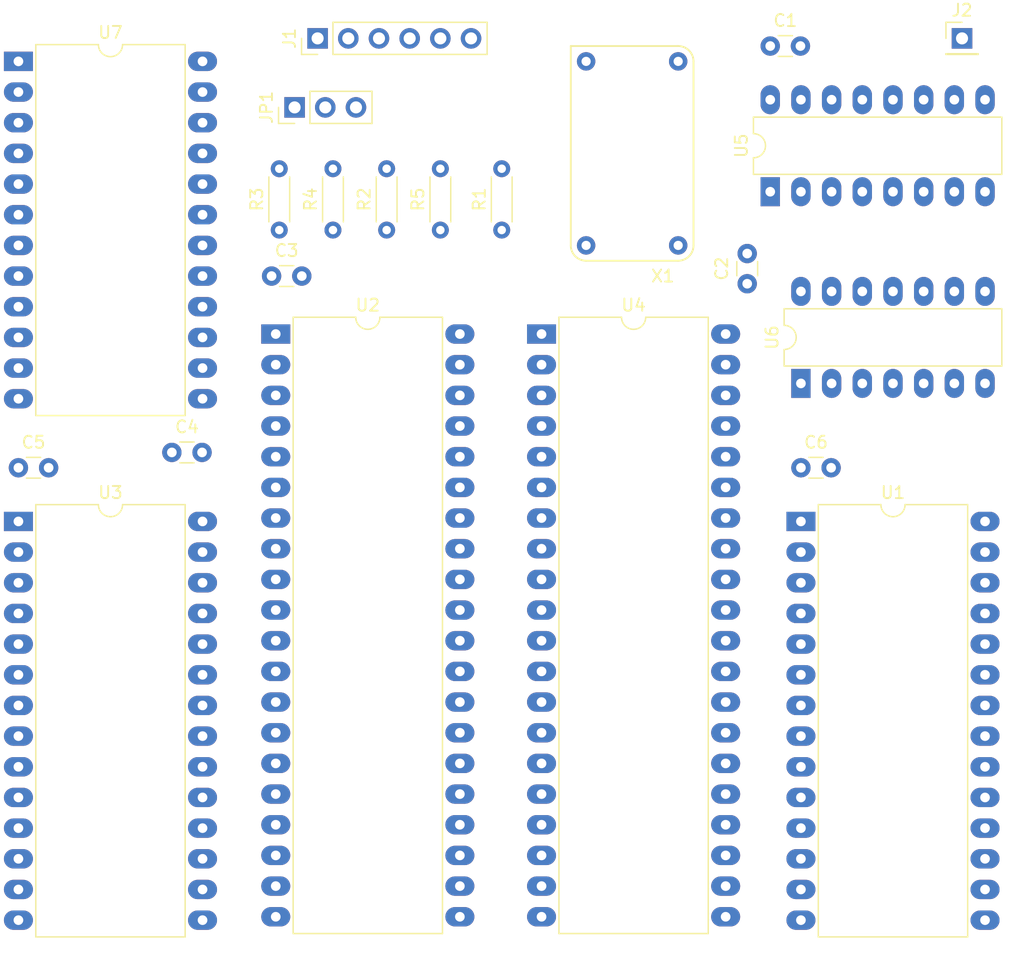
<source format=kicad_pcb>
(kicad_pcb (version 4) (host pcbnew 4.0.6)

  (general
    (links 154)
    (no_connects 154)
    (area 0 0 0 0)
    (thickness 1.6)
    (drawings 0)
    (tracks 0)
    (zones 0)
    (modules 22)
    (nets 49)
  )

  (page A4)
  (layers
    (0 F.Cu signal)
    (31 B.Cu signal)
    (32 B.Adhes user)
    (33 F.Adhes user)
    (34 B.Paste user)
    (35 F.Paste user)
    (36 B.SilkS user)
    (37 F.SilkS user)
    (38 B.Mask user)
    (39 F.Mask user)
    (40 Dwgs.User user)
    (41 Cmts.User user)
    (42 Eco1.User user)
    (43 Eco2.User user)
    (44 Edge.Cuts user)
    (45 Margin user)
    (46 B.CrtYd user)
    (47 F.CrtYd user)
    (48 B.Fab user)
    (49 F.Fab user)
  )

  (setup
    (last_trace_width 0.25)
    (trace_clearance 0.2)
    (zone_clearance 0.508)
    (zone_45_only no)
    (trace_min 0.2)
    (segment_width 0.2)
    (edge_width 0.15)
    (via_size 0.6)
    (via_drill 0.4)
    (via_min_size 0.4)
    (via_min_drill 0.3)
    (uvia_size 0.3)
    (uvia_drill 0.1)
    (uvias_allowed no)
    (uvia_min_size 0.2)
    (uvia_min_drill 0.1)
    (pcb_text_width 0.3)
    (pcb_text_size 1.5 1.5)
    (mod_edge_width 0.15)
    (mod_text_size 1 1)
    (mod_text_width 0.15)
    (pad_size 1.524 1.524)
    (pad_drill 0.762)
    (pad_to_mask_clearance 0.2)
    (aux_axis_origin 0 0)
    (visible_elements 7FFFFFFF)
    (pcbplotparams
      (layerselection 0x00030_80000001)
      (usegerberextensions false)
      (excludeedgelayer true)
      (linewidth 0.100000)
      (plotframeref false)
      (viasonmask false)
      (mode 1)
      (useauxorigin false)
      (hpglpennumber 1)
      (hpglpenspeed 20)
      (hpglpendiameter 15)
      (hpglpenoverlay 2)
      (psnegative false)
      (psa4output false)
      (plotreference true)
      (plotvalue true)
      (plotinvisibletext false)
      (padsonsilk false)
      (subtractmaskfromsilk false)
      (outputformat 1)
      (mirror false)
      (drillshape 1)
      (scaleselection 1)
      (outputdirectory ""))
  )

  (net 0 "")
  (net 1 /A13)
  (net 2 /A14)
  (net 3 /A15)
  (net 4 /~IRQ)
  (net 5 /D7)
  (net 6 /D6)
  (net 7 /D5)
  (net 8 /D4)
  (net 9 /A0)
  (net 10 /D3)
  (net 11 /A1)
  (net 12 /D2)
  (net 13 /A2)
  (net 14 /D1)
  (net 15 /A3)
  (net 16 /D0)
  (net 17 /A4)
  (net 18 /R/~W)
  (net 19 /A5)
  (net 20 /A6)
  (net 21 /PHI2)
  (net 22 /A7)
  (net 23 /A8)
  (net 24 /A9)
  (net 25 /~RESET)
  (net 26 /A10)
  (net 27 /A11)
  (net 28 /A12)
  (net 29 /~NMI)
  (net 30 GND)
  (net 31 /TXD)
  (net 32 /RXD)
  (net 33 "Net-(JP1-Pad2)")
  (net 34 "Net-(R1-Pad2)")
  (net 35 "Net-(R2-Pad2)")
  (net 36 /~FIRQ)
  (net 37 "Net-(R5-Pad2)")
  (net 38 /~RD)
  (net 39 /~WR)
  (net 40 /~EEP)
  (net 41 /~A15)
  (net 42 "Net-(U5-Pad15)")
  (net 43 /~UART)
  (net 44 "Net-(U6-Pad12)")
  (net 45 "Net-(U7-Pad3)")
  (net 46 "Net-(U7-Pad23)")
  (net 47 "Net-(J2-Pad1)")
  (net 48 /~RAM)

  (net_class Default "This is the default net class."
    (clearance 0.2)
    (trace_width 0.25)
    (via_dia 0.6)
    (via_drill 0.4)
    (uvia_dia 0.3)
    (uvia_drill 0.1)
    (add_net /A0)
    (add_net /A1)
    (add_net /A10)
    (add_net /A11)
    (add_net /A12)
    (add_net /A13)
    (add_net /A14)
    (add_net /A15)
    (add_net /A2)
    (add_net /A3)
    (add_net /A4)
    (add_net /A5)
    (add_net /A6)
    (add_net /A7)
    (add_net /A8)
    (add_net /A9)
    (add_net /D0)
    (add_net /D1)
    (add_net /D2)
    (add_net /D3)
    (add_net /D4)
    (add_net /D5)
    (add_net /D6)
    (add_net /D7)
    (add_net /PHI2)
    (add_net /R/~W)
    (add_net /RXD)
    (add_net /TXD)
    (add_net /~A15)
    (add_net /~EEP)
    (add_net /~FIRQ)
    (add_net /~IRQ)
    (add_net /~NMI)
    (add_net /~RAM)
    (add_net /~RD)
    (add_net /~RESET)
    (add_net /~UART)
    (add_net /~WR)
    (add_net GND)
    (add_net "Net-(J2-Pad1)")
    (add_net "Net-(JP1-Pad2)")
    (add_net "Net-(R1-Pad2)")
    (add_net "Net-(R2-Pad2)")
    (add_net "Net-(R5-Pad2)")
    (add_net "Net-(U5-Pad15)")
    (add_net "Net-(U6-Pad12)")
    (add_net "Net-(U7-Pad23)")
    (add_net "Net-(U7-Pad3)")
  )

  (module Housings_DIP:DIP-40_W15.24mm_LongPads (layer F.Cu) (tedit 58CC8E30) (tstamp 59A1E8A2)
    (at 123.535 87.985)
    (descr "40-lead dip package, row spacing 15.24 mm (600 mils), LongPads")
    (tags "DIL DIP PDIP 2.54mm 15.24mm 600mil LongPads")
    (path /59A0702E)
    (fp_text reference U2 (at 7.62 -2.39) (layer F.SilkS)
      (effects (font (size 1 1) (thickness 0.15)))
    )
    (fp_text value 6809 (at 7.62 50.65) (layer F.Fab)
      (effects (font (size 1 1) (thickness 0.15)))
    )
    (fp_text user %R (at 7.62 24.13) (layer F.Fab)
      (effects (font (size 1 1) (thickness 0.15)))
    )
    (fp_line (start 1.255 -1.27) (end 14.985 -1.27) (layer F.Fab) (width 0.1))
    (fp_line (start 14.985 -1.27) (end 14.985 49.53) (layer F.Fab) (width 0.1))
    (fp_line (start 14.985 49.53) (end 0.255 49.53) (layer F.Fab) (width 0.1))
    (fp_line (start 0.255 49.53) (end 0.255 -0.27) (layer F.Fab) (width 0.1))
    (fp_line (start 0.255 -0.27) (end 1.255 -1.27) (layer F.Fab) (width 0.1))
    (fp_line (start 6.62 -1.39) (end 1.44 -1.39) (layer F.SilkS) (width 0.12))
    (fp_line (start 1.44 -1.39) (end 1.44 49.65) (layer F.SilkS) (width 0.12))
    (fp_line (start 1.44 49.65) (end 13.8 49.65) (layer F.SilkS) (width 0.12))
    (fp_line (start 13.8 49.65) (end 13.8 -1.39) (layer F.SilkS) (width 0.12))
    (fp_line (start 13.8 -1.39) (end 8.62 -1.39) (layer F.SilkS) (width 0.12))
    (fp_line (start -1.5 -1.6) (end -1.5 49.8) (layer F.CrtYd) (width 0.05))
    (fp_line (start -1.5 49.8) (end 16.7 49.8) (layer F.CrtYd) (width 0.05))
    (fp_line (start 16.7 49.8) (end 16.7 -1.6) (layer F.CrtYd) (width 0.05))
    (fp_line (start 16.7 -1.6) (end -1.5 -1.6) (layer F.CrtYd) (width 0.05))
    (fp_arc (start 7.62 -1.39) (end 6.62 -1.39) (angle -180) (layer F.SilkS) (width 0.12))
    (pad 1 thru_hole rect (at 0 0) (size 2.4 1.6) (drill 0.8) (layers *.Cu *.Mask)
      (net 30 GND))
    (pad 21 thru_hole oval (at 15.24 48.26) (size 2.4 1.6) (drill 0.8) (layers *.Cu *.Mask)
      (net 1 /A13))
    (pad 2 thru_hole oval (at 0 2.54) (size 2.4 1.6) (drill 0.8) (layers *.Cu *.Mask)
      (net 29 /~NMI))
    (pad 22 thru_hole oval (at 15.24 45.72) (size 2.4 1.6) (drill 0.8) (layers *.Cu *.Mask)
      (net 2 /A14))
    (pad 3 thru_hole oval (at 0 5.08) (size 2.4 1.6) (drill 0.8) (layers *.Cu *.Mask)
      (net 4 /~IRQ))
    (pad 23 thru_hole oval (at 15.24 43.18) (size 2.4 1.6) (drill 0.8) (layers *.Cu *.Mask)
      (net 3 /A15))
    (pad 4 thru_hole oval (at 0 7.62) (size 2.4 1.6) (drill 0.8) (layers *.Cu *.Mask)
      (net 36 /~FIRQ))
    (pad 24 thru_hole oval (at 15.24 40.64) (size 2.4 1.6) (drill 0.8) (layers *.Cu *.Mask)
      (net 5 /D7))
    (pad 5 thru_hole oval (at 0 10.16) (size 2.4 1.6) (drill 0.8) (layers *.Cu *.Mask))
    (pad 25 thru_hole oval (at 15.24 38.1) (size 2.4 1.6) (drill 0.8) (layers *.Cu *.Mask)
      (net 6 /D6))
    (pad 6 thru_hole oval (at 0 12.7) (size 2.4 1.6) (drill 0.8) (layers *.Cu *.Mask))
    (pad 26 thru_hole oval (at 15.24 35.56) (size 2.4 1.6) (drill 0.8) (layers *.Cu *.Mask)
      (net 7 /D5))
    (pad 7 thru_hole oval (at 0 15.24) (size 2.4 1.6) (drill 0.8) (layers *.Cu *.Mask)
      (net 30 GND))
    (pad 27 thru_hole oval (at 15.24 33.02) (size 2.4 1.6) (drill 0.8) (layers *.Cu *.Mask)
      (net 8 /D4))
    (pad 8 thru_hole oval (at 0 17.78) (size 2.4 1.6) (drill 0.8) (layers *.Cu *.Mask)
      (net 9 /A0))
    (pad 28 thru_hole oval (at 15.24 30.48) (size 2.4 1.6) (drill 0.8) (layers *.Cu *.Mask)
      (net 10 /D3))
    (pad 9 thru_hole oval (at 0 20.32) (size 2.4 1.6) (drill 0.8) (layers *.Cu *.Mask)
      (net 11 /A1))
    (pad 29 thru_hole oval (at 15.24 27.94) (size 2.4 1.6) (drill 0.8) (layers *.Cu *.Mask)
      (net 12 /D2))
    (pad 10 thru_hole oval (at 0 22.86) (size 2.4 1.6) (drill 0.8) (layers *.Cu *.Mask)
      (net 13 /A2))
    (pad 30 thru_hole oval (at 15.24 25.4) (size 2.4 1.6) (drill 0.8) (layers *.Cu *.Mask)
      (net 14 /D1))
    (pad 11 thru_hole oval (at 0 25.4) (size 2.4 1.6) (drill 0.8) (layers *.Cu *.Mask)
      (net 15 /A3))
    (pad 31 thru_hole oval (at 15.24 22.86) (size 2.4 1.6) (drill 0.8) (layers *.Cu *.Mask)
      (net 16 /D0))
    (pad 12 thru_hole oval (at 0 27.94) (size 2.4 1.6) (drill 0.8) (layers *.Cu *.Mask)
      (net 17 /A4))
    (pad 32 thru_hole oval (at 15.24 20.32) (size 2.4 1.6) (drill 0.8) (layers *.Cu *.Mask)
      (net 18 /R/~W))
    (pad 13 thru_hole oval (at 0 30.48) (size 2.4 1.6) (drill 0.8) (layers *.Cu *.Mask)
      (net 19 /A5))
    (pad 33 thru_hole oval (at 15.24 17.78) (size 2.4 1.6) (drill 0.8) (layers *.Cu *.Mask)
      (net 34 "Net-(R1-Pad2)"))
    (pad 14 thru_hole oval (at 0 33.02) (size 2.4 1.6) (drill 0.8) (layers *.Cu *.Mask)
      (net 20 /A6))
    (pad 34 thru_hole oval (at 15.24 15.24) (size 2.4 1.6) (drill 0.8) (layers *.Cu *.Mask)
      (net 21 /PHI2))
    (pad 15 thru_hole oval (at 0 35.56) (size 2.4 1.6) (drill 0.8) (layers *.Cu *.Mask)
      (net 22 /A7))
    (pad 35 thru_hole oval (at 15.24 12.7) (size 2.4 1.6) (drill 0.8) (layers *.Cu *.Mask))
    (pad 16 thru_hole oval (at 0 38.1) (size 2.4 1.6) (drill 0.8) (layers *.Cu *.Mask)
      (net 23 /A8))
    (pad 36 thru_hole oval (at 15.24 10.16) (size 2.4 1.6) (drill 0.8) (layers *.Cu *.Mask)
      (net 35 "Net-(R2-Pad2)"))
    (pad 17 thru_hole oval (at 0 40.64) (size 2.4 1.6) (drill 0.8) (layers *.Cu *.Mask)
      (net 24 /A9))
    (pad 37 thru_hole oval (at 15.24 7.62) (size 2.4 1.6) (drill 0.8) (layers *.Cu *.Mask)
      (net 25 /~RESET))
    (pad 18 thru_hole oval (at 0 43.18) (size 2.4 1.6) (drill 0.8) (layers *.Cu *.Mask)
      (net 26 /A10))
    (pad 38 thru_hole oval (at 15.24 5.08) (size 2.4 1.6) (drill 0.8) (layers *.Cu *.Mask)
      (net 47 "Net-(J2-Pad1)"))
    (pad 19 thru_hole oval (at 0 45.72) (size 2.4 1.6) (drill 0.8) (layers *.Cu *.Mask)
      (net 27 /A11))
    (pad 39 thru_hole oval (at 15.24 2.54) (size 2.4 1.6) (drill 0.8) (layers *.Cu *.Mask)
      (net 30 GND))
    (pad 20 thru_hole oval (at 0 48.26) (size 2.4 1.6) (drill 0.8) (layers *.Cu *.Mask)
      (net 28 /A12))
    (pad 40 thru_hole oval (at 15.24 0) (size 2.4 1.6) (drill 0.8) (layers *.Cu *.Mask)
      (net 37 "Net-(R5-Pad2)"))
    (model ${KISYS3DMOD}/Housings_DIP.3dshapes/DIP-40_W15.24mm_LongPads.wrl
      (at (xyz 0 0 0))
      (scale (xyz 1 1 1))
      (rotate (xyz 0 0 0))
    )
  )

  (module Socket_Strips:Socket_Strip_Straight_1x06_Pitch2.54mm (layer F.Cu) (tedit 58CD5446) (tstamp 59BC3148)
    (at 127 63.5 90)
    (descr "Through hole straight socket strip, 1x06, 2.54mm pitch, single row")
    (tags "Through hole socket strip THT 1x06 2.54mm single row")
    (path /59BC5A44)
    (fp_text reference J1 (at 0 -2.33 90) (layer F.SilkS)
      (effects (font (size 1 1) (thickness 0.15)))
    )
    (fp_text value SERIAL (at 0 15.03 90) (layer F.Fab)
      (effects (font (size 1 1) (thickness 0.15)))
    )
    (fp_line (start -1.27 -1.27) (end -1.27 13.97) (layer F.Fab) (width 0.1))
    (fp_line (start -1.27 13.97) (end 1.27 13.97) (layer F.Fab) (width 0.1))
    (fp_line (start 1.27 13.97) (end 1.27 -1.27) (layer F.Fab) (width 0.1))
    (fp_line (start 1.27 -1.27) (end -1.27 -1.27) (layer F.Fab) (width 0.1))
    (fp_line (start -1.33 1.27) (end -1.33 14.03) (layer F.SilkS) (width 0.12))
    (fp_line (start -1.33 14.03) (end 1.33 14.03) (layer F.SilkS) (width 0.12))
    (fp_line (start 1.33 14.03) (end 1.33 1.27) (layer F.SilkS) (width 0.12))
    (fp_line (start 1.33 1.27) (end -1.33 1.27) (layer F.SilkS) (width 0.12))
    (fp_line (start -1.33 0) (end -1.33 -1.33) (layer F.SilkS) (width 0.12))
    (fp_line (start -1.33 -1.33) (end 0 -1.33) (layer F.SilkS) (width 0.12))
    (fp_line (start -1.8 -1.8) (end -1.8 14.5) (layer F.CrtYd) (width 0.05))
    (fp_line (start -1.8 14.5) (end 1.8 14.5) (layer F.CrtYd) (width 0.05))
    (fp_line (start 1.8 14.5) (end 1.8 -1.8) (layer F.CrtYd) (width 0.05))
    (fp_line (start 1.8 -1.8) (end -1.8 -1.8) (layer F.CrtYd) (width 0.05))
    (fp_text user %R (at 0 -2.33 90) (layer F.Fab)
      (effects (font (size 1 1) (thickness 0.15)))
    )
    (pad 1 thru_hole rect (at 0 0 90) (size 1.7 1.7) (drill 1) (layers *.Cu *.Mask))
    (pad 2 thru_hole oval (at 0 2.54 90) (size 1.7 1.7) (drill 1) (layers *.Cu *.Mask)
      (net 31 /TXD))
    (pad 3 thru_hole oval (at 0 5.08 90) (size 1.7 1.7) (drill 1) (layers *.Cu *.Mask)
      (net 32 /RXD))
    (pad 4 thru_hole oval (at 0 7.62 90) (size 1.7 1.7) (drill 1) (layers *.Cu *.Mask))
    (pad 5 thru_hole oval (at 0 10.16 90) (size 1.7 1.7) (drill 1) (layers *.Cu *.Mask))
    (pad 6 thru_hole oval (at 0 12.7 90) (size 1.7 1.7) (drill 1) (layers *.Cu *.Mask)
      (net 30 GND))
    (model ${KISYS3DMOD}/Socket_Strips.3dshapes/Socket_Strip_Straight_1x06_Pitch2.54mm.wrl
      (at (xyz 0 -0.25 0))
      (scale (xyz 1 1 1))
      (rotate (xyz 0 0 270))
    )
  )

  (module Socket_Strips:Socket_Strip_Straight_1x03_Pitch2.54mm (layer F.Cu) (tedit 58CD5446) (tstamp 59BC314F)
    (at 125.095 69.215 90)
    (descr "Through hole straight socket strip, 1x03, 2.54mm pitch, single row")
    (tags "Through hole socket strip THT 1x03 2.54mm single row")
    (path /59BC24D0)
    (fp_text reference JP1 (at 0 -2.33 90) (layer F.SilkS)
      (effects (font (size 1 1) (thickness 0.15)))
    )
    (fp_text value Disable (at 0 7.41 90) (layer F.Fab)
      (effects (font (size 1 1) (thickness 0.15)))
    )
    (fp_line (start -1.27 -1.27) (end -1.27 6.35) (layer F.Fab) (width 0.1))
    (fp_line (start -1.27 6.35) (end 1.27 6.35) (layer F.Fab) (width 0.1))
    (fp_line (start 1.27 6.35) (end 1.27 -1.27) (layer F.Fab) (width 0.1))
    (fp_line (start 1.27 -1.27) (end -1.27 -1.27) (layer F.Fab) (width 0.1))
    (fp_line (start -1.33 1.27) (end -1.33 6.41) (layer F.SilkS) (width 0.12))
    (fp_line (start -1.33 6.41) (end 1.33 6.41) (layer F.SilkS) (width 0.12))
    (fp_line (start 1.33 6.41) (end 1.33 1.27) (layer F.SilkS) (width 0.12))
    (fp_line (start 1.33 1.27) (end -1.33 1.27) (layer F.SilkS) (width 0.12))
    (fp_line (start -1.33 0) (end -1.33 -1.33) (layer F.SilkS) (width 0.12))
    (fp_line (start -1.33 -1.33) (end 0 -1.33) (layer F.SilkS) (width 0.12))
    (fp_line (start -1.8 -1.8) (end -1.8 6.85) (layer F.CrtYd) (width 0.05))
    (fp_line (start -1.8 6.85) (end 1.8 6.85) (layer F.CrtYd) (width 0.05))
    (fp_line (start 1.8 6.85) (end 1.8 -1.8) (layer F.CrtYd) (width 0.05))
    (fp_line (start 1.8 -1.8) (end -1.8 -1.8) (layer F.CrtYd) (width 0.05))
    (fp_text user %R (at 0 -2.33 90) (layer F.Fab)
      (effects (font (size 1 1) (thickness 0.15)))
    )
    (pad 1 thru_hole rect (at 0 0 90) (size 1.7 1.7) (drill 1) (layers *.Cu *.Mask)
      (net 30 GND))
    (pad 2 thru_hole oval (at 0 2.54 90) (size 1.7 1.7) (drill 1) (layers *.Cu *.Mask)
      (net 33 "Net-(JP1-Pad2)"))
    (pad 3 thru_hole oval (at 0 5.08 90) (size 1.7 1.7) (drill 1) (layers *.Cu *.Mask)
      (net 3 /A15))
    (model ${KISYS3DMOD}/Socket_Strips.3dshapes/Socket_Strip_Straight_1x03_Pitch2.54mm.wrl
      (at (xyz 0 -0.1 0))
      (scale (xyz 1 1 1))
      (rotate (xyz 0 0 270))
    )
  )

  (module Housings_DIP:DIP-40_W15.24mm_LongPads (layer F.Cu) (tedit 58CC8E30) (tstamp 59BC31B9)
    (at 145.535 87.985)
    (descr "40-lead dip package, row spacing 15.24 mm (600 mils), LongPads")
    (tags "DIL DIP PDIP 2.54mm 15.24mm 600mil LongPads")
    (path /59BCCFCA)
    (fp_text reference U4 (at 7.62 -2.39) (layer F.SilkS)
      (effects (font (size 1 1) (thickness 0.15)))
    )
    (fp_text value 6502_Header (at 7.62 50.65) (layer F.Fab)
      (effects (font (size 1 1) (thickness 0.15)))
    )
    (fp_text user %R (at 7.62 24.13) (layer F.Fab)
      (effects (font (size 1 1) (thickness 0.15)))
    )
    (fp_line (start 1.255 -1.27) (end 14.985 -1.27) (layer F.Fab) (width 0.1))
    (fp_line (start 14.985 -1.27) (end 14.985 49.53) (layer F.Fab) (width 0.1))
    (fp_line (start 14.985 49.53) (end 0.255 49.53) (layer F.Fab) (width 0.1))
    (fp_line (start 0.255 49.53) (end 0.255 -0.27) (layer F.Fab) (width 0.1))
    (fp_line (start 0.255 -0.27) (end 1.255 -1.27) (layer F.Fab) (width 0.1))
    (fp_line (start 6.62 -1.39) (end 1.44 -1.39) (layer F.SilkS) (width 0.12))
    (fp_line (start 1.44 -1.39) (end 1.44 49.65) (layer F.SilkS) (width 0.12))
    (fp_line (start 1.44 49.65) (end 13.8 49.65) (layer F.SilkS) (width 0.12))
    (fp_line (start 13.8 49.65) (end 13.8 -1.39) (layer F.SilkS) (width 0.12))
    (fp_line (start 13.8 -1.39) (end 8.62 -1.39) (layer F.SilkS) (width 0.12))
    (fp_line (start -1.5 -1.6) (end -1.5 49.8) (layer F.CrtYd) (width 0.05))
    (fp_line (start -1.5 49.8) (end 16.7 49.8) (layer F.CrtYd) (width 0.05))
    (fp_line (start 16.7 49.8) (end 16.7 -1.6) (layer F.CrtYd) (width 0.05))
    (fp_line (start 16.7 -1.6) (end -1.5 -1.6) (layer F.CrtYd) (width 0.05))
    (fp_arc (start 7.62 -1.39) (end 6.62 -1.39) (angle -180) (layer F.SilkS) (width 0.12))
    (pad 1 thru_hole rect (at 0 0) (size 2.4 1.6) (drill 0.8) (layers *.Cu *.Mask)
      (net 30 GND))
    (pad 21 thru_hole oval (at 15.24 48.26) (size 2.4 1.6) (drill 0.8) (layers *.Cu *.Mask)
      (net 30 GND))
    (pad 2 thru_hole oval (at 0 2.54) (size 2.4 1.6) (drill 0.8) (layers *.Cu *.Mask))
    (pad 22 thru_hole oval (at 15.24 45.72) (size 2.4 1.6) (drill 0.8) (layers *.Cu *.Mask)
      (net 28 /A12))
    (pad 3 thru_hole oval (at 0 5.08) (size 2.4 1.6) (drill 0.8) (layers *.Cu *.Mask))
    (pad 23 thru_hole oval (at 15.24 43.18) (size 2.4 1.6) (drill 0.8) (layers *.Cu *.Mask)
      (net 1 /A13))
    (pad 4 thru_hole oval (at 0 7.62) (size 2.4 1.6) (drill 0.8) (layers *.Cu *.Mask))
    (pad 24 thru_hole oval (at 15.24 40.64) (size 2.4 1.6) (drill 0.8) (layers *.Cu *.Mask)
      (net 2 /A14))
    (pad 5 thru_hole oval (at 0 10.16) (size 2.4 1.6) (drill 0.8) (layers *.Cu *.Mask))
    (pad 25 thru_hole oval (at 15.24 38.1) (size 2.4 1.6) (drill 0.8) (layers *.Cu *.Mask)
      (net 3 /A15))
    (pad 6 thru_hole oval (at 0 12.7) (size 2.4 1.6) (drill 0.8) (layers *.Cu *.Mask)
      (net 29 /~NMI))
    (pad 26 thru_hole oval (at 15.24 35.56) (size 2.4 1.6) (drill 0.8) (layers *.Cu *.Mask)
      (net 5 /D7))
    (pad 7 thru_hole oval (at 0 15.24) (size 2.4 1.6) (drill 0.8) (layers *.Cu *.Mask))
    (pad 27 thru_hole oval (at 15.24 33.02) (size 2.4 1.6) (drill 0.8) (layers *.Cu *.Mask)
      (net 6 /D6))
    (pad 8 thru_hole oval (at 0 17.78) (size 2.4 1.6) (drill 0.8) (layers *.Cu *.Mask)
      (net 30 GND))
    (pad 28 thru_hole oval (at 15.24 30.48) (size 2.4 1.6) (drill 0.8) (layers *.Cu *.Mask)
      (net 7 /D5))
    (pad 9 thru_hole oval (at 0 20.32) (size 2.4 1.6) (drill 0.8) (layers *.Cu *.Mask)
      (net 9 /A0))
    (pad 29 thru_hole oval (at 15.24 27.94) (size 2.4 1.6) (drill 0.8) (layers *.Cu *.Mask)
      (net 8 /D4))
    (pad 10 thru_hole oval (at 0 22.86) (size 2.4 1.6) (drill 0.8) (layers *.Cu *.Mask)
      (net 11 /A1))
    (pad 30 thru_hole oval (at 15.24 25.4) (size 2.4 1.6) (drill 0.8) (layers *.Cu *.Mask)
      (net 10 /D3))
    (pad 11 thru_hole oval (at 0 25.4) (size 2.4 1.6) (drill 0.8) (layers *.Cu *.Mask)
      (net 13 /A2))
    (pad 31 thru_hole oval (at 15.24 22.86) (size 2.4 1.6) (drill 0.8) (layers *.Cu *.Mask)
      (net 12 /D2))
    (pad 12 thru_hole oval (at 0 27.94) (size 2.4 1.6) (drill 0.8) (layers *.Cu *.Mask)
      (net 15 /A3))
    (pad 32 thru_hole oval (at 15.24 20.32) (size 2.4 1.6) (drill 0.8) (layers *.Cu *.Mask)
      (net 14 /D1))
    (pad 13 thru_hole oval (at 0 30.48) (size 2.4 1.6) (drill 0.8) (layers *.Cu *.Mask)
      (net 17 /A4))
    (pad 33 thru_hole oval (at 15.24 17.78) (size 2.4 1.6) (drill 0.8) (layers *.Cu *.Mask)
      (net 16 /D0))
    (pad 14 thru_hole oval (at 0 33.02) (size 2.4 1.6) (drill 0.8) (layers *.Cu *.Mask)
      (net 19 /A5))
    (pad 34 thru_hole oval (at 15.24 15.24) (size 2.4 1.6) (drill 0.8) (layers *.Cu *.Mask)
      (net 18 /R/~W))
    (pad 15 thru_hole oval (at 0 35.56) (size 2.4 1.6) (drill 0.8) (layers *.Cu *.Mask)
      (net 20 /A6))
    (pad 35 thru_hole oval (at 15.24 12.7) (size 2.4 1.6) (drill 0.8) (layers *.Cu *.Mask))
    (pad 16 thru_hole oval (at 0 38.1) (size 2.4 1.6) (drill 0.8) (layers *.Cu *.Mask)
      (net 22 /A7))
    (pad 36 thru_hole oval (at 15.24 10.16) (size 2.4 1.6) (drill 0.8) (layers *.Cu *.Mask))
    (pad 17 thru_hole oval (at 0 40.64) (size 2.4 1.6) (drill 0.8) (layers *.Cu *.Mask)
      (net 23 /A8))
    (pad 37 thru_hole oval (at 15.24 7.62) (size 2.4 1.6) (drill 0.8) (layers *.Cu *.Mask))
    (pad 18 thru_hole oval (at 0 43.18) (size 2.4 1.6) (drill 0.8) (layers *.Cu *.Mask)
      (net 24 /A9))
    (pad 38 thru_hole oval (at 15.24 5.08) (size 2.4 1.6) (drill 0.8) (layers *.Cu *.Mask))
    (pad 19 thru_hole oval (at 0 45.72) (size 2.4 1.6) (drill 0.8) (layers *.Cu *.Mask)
      (net 26 /A10))
    (pad 39 thru_hole oval (at 15.24 2.54) (size 2.4 1.6) (drill 0.8) (layers *.Cu *.Mask)
      (net 21 /PHI2))
    (pad 20 thru_hole oval (at 0 48.26) (size 2.4 1.6) (drill 0.8) (layers *.Cu *.Mask)
      (net 27 /A11))
    (pad 40 thru_hole oval (at 15.24 0) (size 2.4 1.6) (drill 0.8) (layers *.Cu *.Mask)
      (net 25 /~RESET))
    (model ${KISYS3DMOD}/Housings_DIP.3dshapes/DIP-40_W15.24mm_LongPads.wrl
      (at (xyz 0 0 0))
      (scale (xyz 1 1 1))
      (rotate (xyz 0 0 0))
    )
  )

  (module Housings_DIP:DIP-16_W7.62mm_LongPads (layer F.Cu) (tedit 58CC8E2D) (tstamp 59BC31CD)
    (at 164.465 76.2 90)
    (descr "16-lead dip package, row spacing 7.62 mm (300 mils), LongPads")
    (tags "DIL DIP PDIP 2.54mm 7.62mm 300mil LongPads")
    (path /59BC668E)
    (fp_text reference U5 (at 3.81 -2.39 90) (layer F.SilkS)
      (effects (font (size 1 1) (thickness 0.15)))
    )
    (fp_text value 74LS139 (at 3.81 20.17 90) (layer F.Fab)
      (effects (font (size 1 1) (thickness 0.15)))
    )
    (fp_text user %R (at 3.81 8.89 90) (layer F.Fab)
      (effects (font (size 1 1) (thickness 0.15)))
    )
    (fp_line (start 1.635 -1.27) (end 6.985 -1.27) (layer F.Fab) (width 0.1))
    (fp_line (start 6.985 -1.27) (end 6.985 19.05) (layer F.Fab) (width 0.1))
    (fp_line (start 6.985 19.05) (end 0.635 19.05) (layer F.Fab) (width 0.1))
    (fp_line (start 0.635 19.05) (end 0.635 -0.27) (layer F.Fab) (width 0.1))
    (fp_line (start 0.635 -0.27) (end 1.635 -1.27) (layer F.Fab) (width 0.1))
    (fp_line (start 2.81 -1.39) (end 1.44 -1.39) (layer F.SilkS) (width 0.12))
    (fp_line (start 1.44 -1.39) (end 1.44 19.17) (layer F.SilkS) (width 0.12))
    (fp_line (start 1.44 19.17) (end 6.18 19.17) (layer F.SilkS) (width 0.12))
    (fp_line (start 6.18 19.17) (end 6.18 -1.39) (layer F.SilkS) (width 0.12))
    (fp_line (start 6.18 -1.39) (end 4.81 -1.39) (layer F.SilkS) (width 0.12))
    (fp_line (start -1.5 -1.6) (end -1.5 19.3) (layer F.CrtYd) (width 0.05))
    (fp_line (start -1.5 19.3) (end 9.1 19.3) (layer F.CrtYd) (width 0.05))
    (fp_line (start 9.1 19.3) (end 9.1 -1.6) (layer F.CrtYd) (width 0.05))
    (fp_line (start 9.1 -1.6) (end -1.5 -1.6) (layer F.CrtYd) (width 0.05))
    (fp_arc (start 3.81 -1.39) (end 2.81 -1.39) (angle -180) (layer F.SilkS) (width 0.12))
    (pad 1 thru_hole rect (at 0 0 90) (size 2.4 1.6) (drill 0.8) (layers *.Cu *.Mask)
      (net 41 /~A15))
    (pad 9 thru_hole oval (at 7.62 17.78 90) (size 2.4 1.6) (drill 0.8) (layers *.Cu *.Mask))
    (pad 2 thru_hole oval (at 0 2.54 90) (size 2.4 1.6) (drill 0.8) (layers *.Cu *.Mask)
      (net 1 /A13))
    (pad 10 thru_hole oval (at 7.62 15.24 90) (size 2.4 1.6) (drill 0.8) (layers *.Cu *.Mask))
    (pad 3 thru_hole oval (at 0 5.08 90) (size 2.4 1.6) (drill 0.8) (layers *.Cu *.Mask)
      (net 2 /A14))
    (pad 11 thru_hole oval (at 7.62 12.7 90) (size 2.4 1.6) (drill 0.8) (layers *.Cu *.Mask))
    (pad 4 thru_hole oval (at 0 7.62 90) (size 2.4 1.6) (drill 0.8) (layers *.Cu *.Mask)
      (net 42 "Net-(U5-Pad15)"))
    (pad 12 thru_hole oval (at 7.62 10.16 90) (size 2.4 1.6) (drill 0.8) (layers *.Cu *.Mask)
      (net 43 /~UART))
    (pad 5 thru_hole oval (at 0 10.16 90) (size 2.4 1.6) (drill 0.8) (layers *.Cu *.Mask)
      (net 48 /~RAM))
    (pad 13 thru_hole oval (at 7.62 7.62 90) (size 2.4 1.6) (drill 0.8) (layers *.Cu *.Mask)
      (net 28 /A12))
    (pad 6 thru_hole oval (at 0 12.7 90) (size 2.4 1.6) (drill 0.8) (layers *.Cu *.Mask))
    (pad 14 thru_hole oval (at 7.62 5.08 90) (size 2.4 1.6) (drill 0.8) (layers *.Cu *.Mask)
      (net 27 /A11))
    (pad 7 thru_hole oval (at 0 15.24 90) (size 2.4 1.6) (drill 0.8) (layers *.Cu *.Mask)
      (net 40 /~EEP))
    (pad 15 thru_hole oval (at 7.62 2.54 90) (size 2.4 1.6) (drill 0.8) (layers *.Cu *.Mask)
      (net 42 "Net-(U5-Pad15)"))
    (pad 8 thru_hole oval (at 0 17.78 90) (size 2.4 1.6) (drill 0.8) (layers *.Cu *.Mask)
      (net 30 GND))
    (pad 16 thru_hole oval (at 7.62 0 90) (size 2.4 1.6) (drill 0.8) (layers *.Cu *.Mask)
      (net 30 GND))
    (model ${KISYS3DMOD}/Housings_DIP.3dshapes/DIP-16_W7.62mm_LongPads.wrl
      (at (xyz 0 0 0))
      (scale (xyz 1 1 1))
      (rotate (xyz 0 0 0))
    )
  )

  (module Housings_DIP:DIP-14_W7.62mm_LongPads (layer F.Cu) (tedit 58CC8E2C) (tstamp 59BC31DF)
    (at 167.005 92.075 90)
    (descr "14-lead dip package, row spacing 7.62 mm (300 mils), LongPads")
    (tags "DIL DIP PDIP 2.54mm 7.62mm 300mil LongPads")
    (path /59BBF7B6)
    (fp_text reference U6 (at 3.81 -2.39 90) (layer F.SilkS)
      (effects (font (size 1 1) (thickness 0.15)))
    )
    (fp_text value 74LS00 (at 3.81 17.63 90) (layer F.Fab)
      (effects (font (size 1 1) (thickness 0.15)))
    )
    (fp_text user %R (at 3.81 7.62 90) (layer F.Fab)
      (effects (font (size 1 1) (thickness 0.15)))
    )
    (fp_line (start 1.635 -1.27) (end 6.985 -1.27) (layer F.Fab) (width 0.1))
    (fp_line (start 6.985 -1.27) (end 6.985 16.51) (layer F.Fab) (width 0.1))
    (fp_line (start 6.985 16.51) (end 0.635 16.51) (layer F.Fab) (width 0.1))
    (fp_line (start 0.635 16.51) (end 0.635 -0.27) (layer F.Fab) (width 0.1))
    (fp_line (start 0.635 -0.27) (end 1.635 -1.27) (layer F.Fab) (width 0.1))
    (fp_line (start 2.81 -1.39) (end 1.44 -1.39) (layer F.SilkS) (width 0.12))
    (fp_line (start 1.44 -1.39) (end 1.44 16.63) (layer F.SilkS) (width 0.12))
    (fp_line (start 1.44 16.63) (end 6.18 16.63) (layer F.SilkS) (width 0.12))
    (fp_line (start 6.18 16.63) (end 6.18 -1.39) (layer F.SilkS) (width 0.12))
    (fp_line (start 6.18 -1.39) (end 4.81 -1.39) (layer F.SilkS) (width 0.12))
    (fp_line (start -1.5 -1.6) (end -1.5 16.8) (layer F.CrtYd) (width 0.05))
    (fp_line (start -1.5 16.8) (end 9.1 16.8) (layer F.CrtYd) (width 0.05))
    (fp_line (start 9.1 16.8) (end 9.1 -1.6) (layer F.CrtYd) (width 0.05))
    (fp_line (start 9.1 -1.6) (end -1.5 -1.6) (layer F.CrtYd) (width 0.05))
    (fp_arc (start 3.81 -1.39) (end 2.81 -1.39) (angle -180) (layer F.SilkS) (width 0.12))
    (pad 1 thru_hole rect (at 0 0 90) (size 2.4 1.6) (drill 0.8) (layers *.Cu *.Mask)
      (net 18 /R/~W))
    (pad 8 thru_hole oval (at 7.62 15.24 90) (size 2.4 1.6) (drill 0.8) (layers *.Cu *.Mask)
      (net 38 /~RD))
    (pad 2 thru_hole oval (at 0 2.54 90) (size 2.4 1.6) (drill 0.8) (layers *.Cu *.Mask)
      (net 18 /R/~W))
    (pad 9 thru_hole oval (at 7.62 12.7 90) (size 2.4 1.6) (drill 0.8) (layers *.Cu *.Mask)
      (net 18 /R/~W))
    (pad 3 thru_hole oval (at 0 5.08 90) (size 2.4 1.6) (drill 0.8) (layers *.Cu *.Mask)
      (net 44 "Net-(U6-Pad12)"))
    (pad 10 thru_hole oval (at 7.62 10.16 90) (size 2.4 1.6) (drill 0.8) (layers *.Cu *.Mask)
      (net 21 /PHI2))
    (pad 4 thru_hole oval (at 0 7.62 90) (size 2.4 1.6) (drill 0.8) (layers *.Cu *.Mask)
      (net 3 /A15))
    (pad 11 thru_hole oval (at 7.62 7.62 90) (size 2.4 1.6) (drill 0.8) (layers *.Cu *.Mask)
      (net 39 /~WR))
    (pad 5 thru_hole oval (at 0 10.16 90) (size 2.4 1.6) (drill 0.8) (layers *.Cu *.Mask)
      (net 3 /A15))
    (pad 12 thru_hole oval (at 7.62 5.08 90) (size 2.4 1.6) (drill 0.8) (layers *.Cu *.Mask)
      (net 44 "Net-(U6-Pad12)"))
    (pad 6 thru_hole oval (at 0 12.7 90) (size 2.4 1.6) (drill 0.8) (layers *.Cu *.Mask)
      (net 41 /~A15))
    (pad 13 thru_hole oval (at 7.62 2.54 90) (size 2.4 1.6) (drill 0.8) (layers *.Cu *.Mask)
      (net 21 /PHI2))
    (pad 7 thru_hole oval (at 0 15.24 90) (size 2.4 1.6) (drill 0.8) (layers *.Cu *.Mask)
      (net 30 GND))
    (pad 14 thru_hole oval (at 7.62 0 90) (size 2.4 1.6) (drill 0.8) (layers *.Cu *.Mask)
      (net 30 GND))
    (model ${KISYS3DMOD}/Housings_DIP.3dshapes/DIP-14_W7.62mm_LongPads.wrl
      (at (xyz 0 0 0))
      (scale (xyz 1 1 1))
      (rotate (xyz 0 0 0))
    )
  )

  (module Housings_DIP:DIP-24_W15.24mm_LongPads (layer F.Cu) (tedit 58CC8E2E) (tstamp 59BC31FB)
    (at 102.235 65.405)
    (descr "24-lead dip package, row spacing 15.24 mm (600 mils), LongPads")
    (tags "DIL DIP PDIP 2.54mm 15.24mm 600mil LongPads")
    (path /59BC0C71)
    (fp_text reference U7 (at 7.62 -2.39) (layer F.SilkS)
      (effects (font (size 1 1) (thickness 0.15)))
    )
    (fp_text value MC6850 (at 7.62 30.33) (layer F.Fab)
      (effects (font (size 1 1) (thickness 0.15)))
    )
    (fp_text user %R (at 7.62 13.97) (layer F.Fab)
      (effects (font (size 1 1) (thickness 0.15)))
    )
    (fp_line (start 1.255 -1.27) (end 14.985 -1.27) (layer F.Fab) (width 0.1))
    (fp_line (start 14.985 -1.27) (end 14.985 29.21) (layer F.Fab) (width 0.1))
    (fp_line (start 14.985 29.21) (end 0.255 29.21) (layer F.Fab) (width 0.1))
    (fp_line (start 0.255 29.21) (end 0.255 -0.27) (layer F.Fab) (width 0.1))
    (fp_line (start 0.255 -0.27) (end 1.255 -1.27) (layer F.Fab) (width 0.1))
    (fp_line (start 6.62 -1.39) (end 1.44 -1.39) (layer F.SilkS) (width 0.12))
    (fp_line (start 1.44 -1.39) (end 1.44 29.33) (layer F.SilkS) (width 0.12))
    (fp_line (start 1.44 29.33) (end 13.8 29.33) (layer F.SilkS) (width 0.12))
    (fp_line (start 13.8 29.33) (end 13.8 -1.39) (layer F.SilkS) (width 0.12))
    (fp_line (start 13.8 -1.39) (end 8.62 -1.39) (layer F.SilkS) (width 0.12))
    (fp_line (start -1.5 -1.6) (end -1.5 29.5) (layer F.CrtYd) (width 0.05))
    (fp_line (start -1.5 29.5) (end 16.7 29.5) (layer F.CrtYd) (width 0.05))
    (fp_line (start 16.7 29.5) (end 16.7 -1.6) (layer F.CrtYd) (width 0.05))
    (fp_line (start 16.7 -1.6) (end -1.5 -1.6) (layer F.CrtYd) (width 0.05))
    (fp_arc (start 7.62 -1.39) (end 6.62 -1.39) (angle -180) (layer F.SilkS) (width 0.12))
    (pad 1 thru_hole rect (at 0 0) (size 2.4 1.6) (drill 0.8) (layers *.Cu *.Mask)
      (net 30 GND))
    (pad 13 thru_hole oval (at 15.24 27.94) (size 2.4 1.6) (drill 0.8) (layers *.Cu *.Mask)
      (net 18 /R/~W))
    (pad 2 thru_hole oval (at 0 2.54) (size 2.4 1.6) (drill 0.8) (layers *.Cu *.Mask)
      (net 32 /RXD))
    (pad 14 thru_hole oval (at 15.24 25.4) (size 2.4 1.6) (drill 0.8) (layers *.Cu *.Mask)
      (net 21 /PHI2))
    (pad 3 thru_hole oval (at 0 5.08) (size 2.4 1.6) (drill 0.8) (layers *.Cu *.Mask)
      (net 45 "Net-(U7-Pad3)"))
    (pad 15 thru_hole oval (at 15.24 22.86) (size 2.4 1.6) (drill 0.8) (layers *.Cu *.Mask)
      (net 5 /D7))
    (pad 4 thru_hole oval (at 0 7.62) (size 2.4 1.6) (drill 0.8) (layers *.Cu *.Mask)
      (net 45 "Net-(U7-Pad3)"))
    (pad 16 thru_hole oval (at 15.24 20.32) (size 2.4 1.6) (drill 0.8) (layers *.Cu *.Mask)
      (net 6 /D6))
    (pad 5 thru_hole oval (at 0 10.16) (size 2.4 1.6) (drill 0.8) (layers *.Cu *.Mask))
    (pad 17 thru_hole oval (at 15.24 17.78) (size 2.4 1.6) (drill 0.8) (layers *.Cu *.Mask)
      (net 7 /D5))
    (pad 6 thru_hole oval (at 0 12.7) (size 2.4 1.6) (drill 0.8) (layers *.Cu *.Mask)
      (net 31 /TXD))
    (pad 18 thru_hole oval (at 15.24 15.24) (size 2.4 1.6) (drill 0.8) (layers *.Cu *.Mask)
      (net 8 /D4))
    (pad 7 thru_hole oval (at 0 15.24) (size 2.4 1.6) (drill 0.8) (layers *.Cu *.Mask)
      (net 4 /~IRQ))
    (pad 19 thru_hole oval (at 15.24 12.7) (size 2.4 1.6) (drill 0.8) (layers *.Cu *.Mask)
      (net 10 /D3))
    (pad 8 thru_hole oval (at 0 17.78) (size 2.4 1.6) (drill 0.8) (layers *.Cu *.Mask)
      (net 33 "Net-(JP1-Pad2)"))
    (pad 20 thru_hole oval (at 15.24 10.16) (size 2.4 1.6) (drill 0.8) (layers *.Cu *.Mask)
      (net 12 /D2))
    (pad 9 thru_hole oval (at 0 20.32) (size 2.4 1.6) (drill 0.8) (layers *.Cu *.Mask)
      (net 43 /~UART))
    (pad 21 thru_hole oval (at 15.24 7.62) (size 2.4 1.6) (drill 0.8) (layers *.Cu *.Mask)
      (net 14 /D1))
    (pad 10 thru_hole oval (at 0 22.86) (size 2.4 1.6) (drill 0.8) (layers *.Cu *.Mask)
      (net 30 GND))
    (pad 22 thru_hole oval (at 15.24 5.08) (size 2.4 1.6) (drill 0.8) (layers *.Cu *.Mask)
      (net 16 /D0))
    (pad 11 thru_hole oval (at 0 25.4) (size 2.4 1.6) (drill 0.8) (layers *.Cu *.Mask)
      (net 9 /A0))
    (pad 23 thru_hole oval (at 15.24 2.54) (size 2.4 1.6) (drill 0.8) (layers *.Cu *.Mask)
      (net 46 "Net-(U7-Pad23)"))
    (pad 12 thru_hole oval (at 0 27.94) (size 2.4 1.6) (drill 0.8) (layers *.Cu *.Mask)
      (net 30 GND))
    (pad 24 thru_hole oval (at 15.24 0) (size 2.4 1.6) (drill 0.8) (layers *.Cu *.Mask)
      (net 46 "Net-(U7-Pad23)"))
    (model ${KISYS3DMOD}/Housings_DIP.3dshapes/DIP-24_W15.24mm_LongPads.wrl
      (at (xyz 0 0 0))
      (scale (xyz 1 1 1))
      (rotate (xyz 0 0 0))
    )
  )

  (module Resistors_ThroughHole:R_Axial_DIN0204_L3.6mm_D1.6mm_P5.08mm_Horizontal (layer F.Cu) (tedit 5874F706) (tstamp 59BC33F6)
    (at 142.24 79.375 90)
    (descr "Resistor, Axial_DIN0204 series, Axial, Horizontal, pin pitch=5.08mm, 0.16666666666666666W = 1/6W, length*diameter=3.6*1.6mm^2, http://cdn-reichelt.de/documents/datenblatt/B400/1_4W%23YAG.pdf")
    (tags "Resistor Axial_DIN0204 series Axial Horizontal pin pitch 5.08mm 0.16666666666666666W = 1/6W length 3.6mm diameter 1.6mm")
    (path /59A31EC6)
    (fp_text reference R1 (at 2.54 -1.86 90) (layer F.SilkS)
      (effects (font (size 1 1) (thickness 0.15)))
    )
    (fp_text value 10K (at 2.54 1.86 90) (layer F.Fab)
      (effects (font (size 1 1) (thickness 0.15)))
    )
    (fp_line (start 0.74 -0.8) (end 0.74 0.8) (layer F.Fab) (width 0.1))
    (fp_line (start 0.74 0.8) (end 4.34 0.8) (layer F.Fab) (width 0.1))
    (fp_line (start 4.34 0.8) (end 4.34 -0.8) (layer F.Fab) (width 0.1))
    (fp_line (start 4.34 -0.8) (end 0.74 -0.8) (layer F.Fab) (width 0.1))
    (fp_line (start 0 0) (end 0.74 0) (layer F.Fab) (width 0.1))
    (fp_line (start 5.08 0) (end 4.34 0) (layer F.Fab) (width 0.1))
    (fp_line (start 0.68 -0.86) (end 4.4 -0.86) (layer F.SilkS) (width 0.12))
    (fp_line (start 0.68 0.86) (end 4.4 0.86) (layer F.SilkS) (width 0.12))
    (fp_line (start -0.95 -1.15) (end -0.95 1.15) (layer F.CrtYd) (width 0.05))
    (fp_line (start -0.95 1.15) (end 6.05 1.15) (layer F.CrtYd) (width 0.05))
    (fp_line (start 6.05 1.15) (end 6.05 -1.15) (layer F.CrtYd) (width 0.05))
    (fp_line (start 6.05 -1.15) (end -0.95 -1.15) (layer F.CrtYd) (width 0.05))
    (pad 1 thru_hole circle (at 0 0 90) (size 1.4 1.4) (drill 0.7) (layers *.Cu *.Mask)
      (net 30 GND))
    (pad 2 thru_hole oval (at 5.08 0 90) (size 1.4 1.4) (drill 0.7) (layers *.Cu *.Mask)
      (net 34 "Net-(R1-Pad2)"))
    (model ${KISYS3DMOD}/Resistors_THT.3dshapes/R_Axial_DIN0204_L3.6mm_D1.6mm_P5.08mm_Horizontal.wrl
      (at (xyz 0 0 0))
      (scale (xyz 0.393701 0.393701 0.393701))
      (rotate (xyz 0 0 0))
    )
  )

  (module Resistors_ThroughHole:R_Axial_DIN0204_L3.6mm_D1.6mm_P5.08mm_Horizontal (layer F.Cu) (tedit 5874F706) (tstamp 59BC33FB)
    (at 132.715 79.375 90)
    (descr "Resistor, Axial_DIN0204 series, Axial, Horizontal, pin pitch=5.08mm, 0.16666666666666666W = 1/6W, length*diameter=3.6*1.6mm^2, http://cdn-reichelt.de/documents/datenblatt/B400/1_4W%23YAG.pdf")
    (tags "Resistor Axial_DIN0204 series Axial Horizontal pin pitch 5.08mm 0.16666666666666666W = 1/6W length 3.6mm diameter 1.6mm")
    (path /59A31E87)
    (fp_text reference R2 (at 2.54 -1.86 90) (layer F.SilkS)
      (effects (font (size 1 1) (thickness 0.15)))
    )
    (fp_text value 10K (at 2.54 1.86 90) (layer F.Fab)
      (effects (font (size 1 1) (thickness 0.15)))
    )
    (fp_line (start 0.74 -0.8) (end 0.74 0.8) (layer F.Fab) (width 0.1))
    (fp_line (start 0.74 0.8) (end 4.34 0.8) (layer F.Fab) (width 0.1))
    (fp_line (start 4.34 0.8) (end 4.34 -0.8) (layer F.Fab) (width 0.1))
    (fp_line (start 4.34 -0.8) (end 0.74 -0.8) (layer F.Fab) (width 0.1))
    (fp_line (start 0 0) (end 0.74 0) (layer F.Fab) (width 0.1))
    (fp_line (start 5.08 0) (end 4.34 0) (layer F.Fab) (width 0.1))
    (fp_line (start 0.68 -0.86) (end 4.4 -0.86) (layer F.SilkS) (width 0.12))
    (fp_line (start 0.68 0.86) (end 4.4 0.86) (layer F.SilkS) (width 0.12))
    (fp_line (start -0.95 -1.15) (end -0.95 1.15) (layer F.CrtYd) (width 0.05))
    (fp_line (start -0.95 1.15) (end 6.05 1.15) (layer F.CrtYd) (width 0.05))
    (fp_line (start 6.05 1.15) (end 6.05 -1.15) (layer F.CrtYd) (width 0.05))
    (fp_line (start 6.05 -1.15) (end -0.95 -1.15) (layer F.CrtYd) (width 0.05))
    (pad 1 thru_hole circle (at 0 0 90) (size 1.4 1.4) (drill 0.7) (layers *.Cu *.Mask)
      (net 30 GND))
    (pad 2 thru_hole oval (at 5.08 0 90) (size 1.4 1.4) (drill 0.7) (layers *.Cu *.Mask)
      (net 35 "Net-(R2-Pad2)"))
    (model ${KISYS3DMOD}/Resistors_THT.3dshapes/R_Axial_DIN0204_L3.6mm_D1.6mm_P5.08mm_Horizontal.wrl
      (at (xyz 0 0 0))
      (scale (xyz 0.393701 0.393701 0.393701))
      (rotate (xyz 0 0 0))
    )
  )

  (module Resistors_ThroughHole:R_Axial_DIN0204_L3.6mm_D1.6mm_P5.08mm_Horizontal (layer F.Cu) (tedit 5874F706) (tstamp 59BC3400)
    (at 123.825 79.375 90)
    (descr "Resistor, Axial_DIN0204 series, Axial, Horizontal, pin pitch=5.08mm, 0.16666666666666666W = 1/6W, length*diameter=3.6*1.6mm^2, http://cdn-reichelt.de/documents/datenblatt/B400/1_4W%23YAG.pdf")
    (tags "Resistor Axial_DIN0204 series Axial Horizontal pin pitch 5.08mm 0.16666666666666666W = 1/6W length 3.6mm diameter 1.6mm")
    (path /59BC53A7)
    (fp_text reference R3 (at 2.54 -1.86 90) (layer F.SilkS)
      (effects (font (size 1 1) (thickness 0.15)))
    )
    (fp_text value 10K (at 2.54 1.86 90) (layer F.Fab)
      (effects (font (size 1 1) (thickness 0.15)))
    )
    (fp_line (start 0.74 -0.8) (end 0.74 0.8) (layer F.Fab) (width 0.1))
    (fp_line (start 0.74 0.8) (end 4.34 0.8) (layer F.Fab) (width 0.1))
    (fp_line (start 4.34 0.8) (end 4.34 -0.8) (layer F.Fab) (width 0.1))
    (fp_line (start 4.34 -0.8) (end 0.74 -0.8) (layer F.Fab) (width 0.1))
    (fp_line (start 0 0) (end 0.74 0) (layer F.Fab) (width 0.1))
    (fp_line (start 5.08 0) (end 4.34 0) (layer F.Fab) (width 0.1))
    (fp_line (start 0.68 -0.86) (end 4.4 -0.86) (layer F.SilkS) (width 0.12))
    (fp_line (start 0.68 0.86) (end 4.4 0.86) (layer F.SilkS) (width 0.12))
    (fp_line (start -0.95 -1.15) (end -0.95 1.15) (layer F.CrtYd) (width 0.05))
    (fp_line (start -0.95 1.15) (end 6.05 1.15) (layer F.CrtYd) (width 0.05))
    (fp_line (start 6.05 1.15) (end 6.05 -1.15) (layer F.CrtYd) (width 0.05))
    (fp_line (start 6.05 -1.15) (end -0.95 -1.15) (layer F.CrtYd) (width 0.05))
    (pad 1 thru_hole circle (at 0 0 90) (size 1.4 1.4) (drill 0.7) (layers *.Cu *.Mask)
      (net 30 GND))
    (pad 2 thru_hole oval (at 5.08 0 90) (size 1.4 1.4) (drill 0.7) (layers *.Cu *.Mask)
      (net 36 /~FIRQ))
    (model ${KISYS3DMOD}/Resistors_THT.3dshapes/R_Axial_DIN0204_L3.6mm_D1.6mm_P5.08mm_Horizontal.wrl
      (at (xyz 0 0 0))
      (scale (xyz 0.393701 0.393701 0.393701))
      (rotate (xyz 0 0 0))
    )
  )

  (module Resistors_ThroughHole:R_Axial_DIN0204_L3.6mm_D1.6mm_P5.08mm_Horizontal (layer F.Cu) (tedit 5874F706) (tstamp 59BC3405)
    (at 128.27 79.375 90)
    (descr "Resistor, Axial_DIN0204 series, Axial, Horizontal, pin pitch=5.08mm, 0.16666666666666666W = 1/6W, length*diameter=3.6*1.6mm^2, http://cdn-reichelt.de/documents/datenblatt/B400/1_4W%23YAG.pdf")
    (tags "Resistor Axial_DIN0204 series Axial Horizontal pin pitch 5.08mm 0.16666666666666666W = 1/6W length 3.6mm diameter 1.6mm")
    (path /59A31CBF)
    (fp_text reference R4 (at 2.54 -1.86 90) (layer F.SilkS)
      (effects (font (size 1 1) (thickness 0.15)))
    )
    (fp_text value 10K (at 2.54 1.86 90) (layer F.Fab)
      (effects (font (size 1 1) (thickness 0.15)))
    )
    (fp_line (start 0.74 -0.8) (end 0.74 0.8) (layer F.Fab) (width 0.1))
    (fp_line (start 0.74 0.8) (end 4.34 0.8) (layer F.Fab) (width 0.1))
    (fp_line (start 4.34 0.8) (end 4.34 -0.8) (layer F.Fab) (width 0.1))
    (fp_line (start 4.34 -0.8) (end 0.74 -0.8) (layer F.Fab) (width 0.1))
    (fp_line (start 0 0) (end 0.74 0) (layer F.Fab) (width 0.1))
    (fp_line (start 5.08 0) (end 4.34 0) (layer F.Fab) (width 0.1))
    (fp_line (start 0.68 -0.86) (end 4.4 -0.86) (layer F.SilkS) (width 0.12))
    (fp_line (start 0.68 0.86) (end 4.4 0.86) (layer F.SilkS) (width 0.12))
    (fp_line (start -0.95 -1.15) (end -0.95 1.15) (layer F.CrtYd) (width 0.05))
    (fp_line (start -0.95 1.15) (end 6.05 1.15) (layer F.CrtYd) (width 0.05))
    (fp_line (start 6.05 1.15) (end 6.05 -1.15) (layer F.CrtYd) (width 0.05))
    (fp_line (start 6.05 -1.15) (end -0.95 -1.15) (layer F.CrtYd) (width 0.05))
    (pad 1 thru_hole circle (at 0 0 90) (size 1.4 1.4) (drill 0.7) (layers *.Cu *.Mask)
      (net 30 GND))
    (pad 2 thru_hole oval (at 5.08 0 90) (size 1.4 1.4) (drill 0.7) (layers *.Cu *.Mask)
      (net 4 /~IRQ))
    (model ${KISYS3DMOD}/Resistors_THT.3dshapes/R_Axial_DIN0204_L3.6mm_D1.6mm_P5.08mm_Horizontal.wrl
      (at (xyz 0 0 0))
      (scale (xyz 0.393701 0.393701 0.393701))
      (rotate (xyz 0 0 0))
    )
  )

  (module Resistors_ThroughHole:R_Axial_DIN0204_L3.6mm_D1.6mm_P5.08mm_Horizontal (layer F.Cu) (tedit 5874F706) (tstamp 59BC340A)
    (at 137.16 79.375 90)
    (descr "Resistor, Axial_DIN0204 series, Axial, Horizontal, pin pitch=5.08mm, 0.16666666666666666W = 1/6W, length*diameter=3.6*1.6mm^2, http://cdn-reichelt.de/documents/datenblatt/B400/1_4W%23YAG.pdf")
    (tags "Resistor Axial_DIN0204 series Axial Horizontal pin pitch 5.08mm 0.16666666666666666W = 1/6W length 3.6mm diameter 1.6mm")
    (path /59A31A5C)
    (fp_text reference R5 (at 2.54 -1.86 90) (layer F.SilkS)
      (effects (font (size 1 1) (thickness 0.15)))
    )
    (fp_text value 10K (at 2.54 1.86 90) (layer F.Fab)
      (effects (font (size 1 1) (thickness 0.15)))
    )
    (fp_line (start 0.74 -0.8) (end 0.74 0.8) (layer F.Fab) (width 0.1))
    (fp_line (start 0.74 0.8) (end 4.34 0.8) (layer F.Fab) (width 0.1))
    (fp_line (start 4.34 0.8) (end 4.34 -0.8) (layer F.Fab) (width 0.1))
    (fp_line (start 4.34 -0.8) (end 0.74 -0.8) (layer F.Fab) (width 0.1))
    (fp_line (start 0 0) (end 0.74 0) (layer F.Fab) (width 0.1))
    (fp_line (start 5.08 0) (end 4.34 0) (layer F.Fab) (width 0.1))
    (fp_line (start 0.68 -0.86) (end 4.4 -0.86) (layer F.SilkS) (width 0.12))
    (fp_line (start 0.68 0.86) (end 4.4 0.86) (layer F.SilkS) (width 0.12))
    (fp_line (start -0.95 -1.15) (end -0.95 1.15) (layer F.CrtYd) (width 0.05))
    (fp_line (start -0.95 1.15) (end 6.05 1.15) (layer F.CrtYd) (width 0.05))
    (fp_line (start 6.05 1.15) (end 6.05 -1.15) (layer F.CrtYd) (width 0.05))
    (fp_line (start 6.05 -1.15) (end -0.95 -1.15) (layer F.CrtYd) (width 0.05))
    (pad 1 thru_hole circle (at 0 0 90) (size 1.4 1.4) (drill 0.7) (layers *.Cu *.Mask)
      (net 30 GND))
    (pad 2 thru_hole oval (at 5.08 0 90) (size 1.4 1.4) (drill 0.7) (layers *.Cu *.Mask)
      (net 37 "Net-(R5-Pad2)"))
    (model ${KISYS3DMOD}/Resistors_THT.3dshapes/R_Axial_DIN0204_L3.6mm_D1.6mm_P5.08mm_Horizontal.wrl
      (at (xyz 0 0 0))
      (scale (xyz 0.393701 0.393701 0.393701))
      (rotate (xyz 0 0 0))
    )
  )

  (module Housings_DIP:DIP-28_W15.24mm_LongPads (layer F.Cu) (tedit 58CC8E2F) (tstamp 59BC37AE)
    (at 167.005 103.505)
    (descr "28-lead dip package, row spacing 15.24 mm (600 mils), LongPads")
    (tags "DIL DIP PDIP 2.54mm 15.24mm 600mil LongPads")
    (path /59BC1562)
    (fp_text reference U1 (at 7.62 -2.39) (layer F.SilkS)
      (effects (font (size 1 1) (thickness 0.15)))
    )
    (fp_text value 28C64 (at 7.62 35.41) (layer F.Fab)
      (effects (font (size 1 1) (thickness 0.15)))
    )
    (fp_text user %R (at 7.62 16.51) (layer F.Fab)
      (effects (font (size 1 1) (thickness 0.15)))
    )
    (fp_line (start 1.255 -1.27) (end 14.985 -1.27) (layer F.Fab) (width 0.1))
    (fp_line (start 14.985 -1.27) (end 14.985 34.29) (layer F.Fab) (width 0.1))
    (fp_line (start 14.985 34.29) (end 0.255 34.29) (layer F.Fab) (width 0.1))
    (fp_line (start 0.255 34.29) (end 0.255 -0.27) (layer F.Fab) (width 0.1))
    (fp_line (start 0.255 -0.27) (end 1.255 -1.27) (layer F.Fab) (width 0.1))
    (fp_line (start 6.62 -1.39) (end 1.44 -1.39) (layer F.SilkS) (width 0.12))
    (fp_line (start 1.44 -1.39) (end 1.44 34.41) (layer F.SilkS) (width 0.12))
    (fp_line (start 1.44 34.41) (end 13.8 34.41) (layer F.SilkS) (width 0.12))
    (fp_line (start 13.8 34.41) (end 13.8 -1.39) (layer F.SilkS) (width 0.12))
    (fp_line (start 13.8 -1.39) (end 8.62 -1.39) (layer F.SilkS) (width 0.12))
    (fp_line (start -1.5 -1.6) (end -1.5 34.6) (layer F.CrtYd) (width 0.05))
    (fp_line (start -1.5 34.6) (end 16.7 34.6) (layer F.CrtYd) (width 0.05))
    (fp_line (start 16.7 34.6) (end 16.7 -1.6) (layer F.CrtYd) (width 0.05))
    (fp_line (start 16.7 -1.6) (end -1.5 -1.6) (layer F.CrtYd) (width 0.05))
    (fp_arc (start 7.62 -1.39) (end 6.62 -1.39) (angle -180) (layer F.SilkS) (width 0.12))
    (pad 1 thru_hole rect (at 0 0) (size 2.4 1.6) (drill 0.8) (layers *.Cu *.Mask))
    (pad 15 thru_hole oval (at 15.24 33.02) (size 2.4 1.6) (drill 0.8) (layers *.Cu *.Mask)
      (net 10 /D3))
    (pad 2 thru_hole oval (at 0 2.54) (size 2.4 1.6) (drill 0.8) (layers *.Cu *.Mask)
      (net 28 /A12))
    (pad 16 thru_hole oval (at 15.24 30.48) (size 2.4 1.6) (drill 0.8) (layers *.Cu *.Mask)
      (net 8 /D4))
    (pad 3 thru_hole oval (at 0 5.08) (size 2.4 1.6) (drill 0.8) (layers *.Cu *.Mask)
      (net 22 /A7))
    (pad 17 thru_hole oval (at 15.24 27.94) (size 2.4 1.6) (drill 0.8) (layers *.Cu *.Mask)
      (net 7 /D5))
    (pad 4 thru_hole oval (at 0 7.62) (size 2.4 1.6) (drill 0.8) (layers *.Cu *.Mask)
      (net 20 /A6))
    (pad 18 thru_hole oval (at 15.24 25.4) (size 2.4 1.6) (drill 0.8) (layers *.Cu *.Mask)
      (net 6 /D6))
    (pad 5 thru_hole oval (at 0 10.16) (size 2.4 1.6) (drill 0.8) (layers *.Cu *.Mask)
      (net 19 /A5))
    (pad 19 thru_hole oval (at 15.24 22.86) (size 2.4 1.6) (drill 0.8) (layers *.Cu *.Mask)
      (net 5 /D7))
    (pad 6 thru_hole oval (at 0 12.7) (size 2.4 1.6) (drill 0.8) (layers *.Cu *.Mask)
      (net 17 /A4))
    (pad 20 thru_hole oval (at 15.24 20.32) (size 2.4 1.6) (drill 0.8) (layers *.Cu *.Mask)
      (net 40 /~EEP))
    (pad 7 thru_hole oval (at 0 15.24) (size 2.4 1.6) (drill 0.8) (layers *.Cu *.Mask)
      (net 15 /A3))
    (pad 21 thru_hole oval (at 15.24 17.78) (size 2.4 1.6) (drill 0.8) (layers *.Cu *.Mask)
      (net 26 /A10))
    (pad 8 thru_hole oval (at 0 17.78) (size 2.4 1.6) (drill 0.8) (layers *.Cu *.Mask)
      (net 13 /A2))
    (pad 22 thru_hole oval (at 15.24 15.24) (size 2.4 1.6) (drill 0.8) (layers *.Cu *.Mask)
      (net 38 /~RD))
    (pad 9 thru_hole oval (at 0 20.32) (size 2.4 1.6) (drill 0.8) (layers *.Cu *.Mask)
      (net 11 /A1))
    (pad 23 thru_hole oval (at 15.24 12.7) (size 2.4 1.6) (drill 0.8) (layers *.Cu *.Mask)
      (net 27 /A11))
    (pad 10 thru_hole oval (at 0 22.86) (size 2.4 1.6) (drill 0.8) (layers *.Cu *.Mask)
      (net 9 /A0))
    (pad 24 thru_hole oval (at 15.24 10.16) (size 2.4 1.6) (drill 0.8) (layers *.Cu *.Mask)
      (net 24 /A9))
    (pad 11 thru_hole oval (at 0 25.4) (size 2.4 1.6) (drill 0.8) (layers *.Cu *.Mask)
      (net 16 /D0))
    (pad 25 thru_hole oval (at 15.24 7.62) (size 2.4 1.6) (drill 0.8) (layers *.Cu *.Mask)
      (net 23 /A8))
    (pad 12 thru_hole oval (at 0 27.94) (size 2.4 1.6) (drill 0.8) (layers *.Cu *.Mask)
      (net 14 /D1))
    (pad 26 thru_hole oval (at 15.24 5.08) (size 2.4 1.6) (drill 0.8) (layers *.Cu *.Mask))
    (pad 13 thru_hole oval (at 0 30.48) (size 2.4 1.6) (drill 0.8) (layers *.Cu *.Mask)
      (net 12 /D2))
    (pad 27 thru_hole oval (at 15.24 2.54) (size 2.4 1.6) (drill 0.8) (layers *.Cu *.Mask)
      (net 39 /~WR))
    (pad 14 thru_hole oval (at 0 33.02) (size 2.4 1.6) (drill 0.8) (layers *.Cu *.Mask)
      (net 30 GND))
    (pad 28 thru_hole oval (at 15.24 0) (size 2.4 1.6) (drill 0.8) (layers *.Cu *.Mask)
      (net 30 GND))
    (model ${KISYS3DMOD}/Housings_DIP.3dshapes/DIP-28_W15.24mm_LongPads.wrl
      (at (xyz 0 0 0))
      (scale (xyz 1 1 1))
      (rotate (xyz 0 0 0))
    )
  )

  (module Pin_Headers:Pin_Header_Straight_1x01_Pitch2.54mm (layer F.Cu) (tedit 59650532) (tstamp 59BC3C91)
    (at 180.34 63.5)
    (descr "Through hole straight pin header, 1x01, 2.54mm pitch, single row")
    (tags "Through hole pin header THT 1x01 2.54mm single row")
    (path /59BCEB44)
    (fp_text reference J2 (at 0 -2.33) (layer F.SilkS)
      (effects (font (size 1 1) (thickness 0.15)))
    )
    (fp_text value 6MHz (at 0 2.33) (layer F.Fab)
      (effects (font (size 1 1) (thickness 0.15)))
    )
    (fp_line (start -0.635 -1.27) (end 1.27 -1.27) (layer F.Fab) (width 0.1))
    (fp_line (start 1.27 -1.27) (end 1.27 1.27) (layer F.Fab) (width 0.1))
    (fp_line (start 1.27 1.27) (end -1.27 1.27) (layer F.Fab) (width 0.1))
    (fp_line (start -1.27 1.27) (end -1.27 -0.635) (layer F.Fab) (width 0.1))
    (fp_line (start -1.27 -0.635) (end -0.635 -1.27) (layer F.Fab) (width 0.1))
    (fp_line (start -1.33 1.33) (end 1.33 1.33) (layer F.SilkS) (width 0.12))
    (fp_line (start -1.33 1.27) (end -1.33 1.33) (layer F.SilkS) (width 0.12))
    (fp_line (start 1.33 1.27) (end 1.33 1.33) (layer F.SilkS) (width 0.12))
    (fp_line (start -1.33 1.27) (end 1.33 1.27) (layer F.SilkS) (width 0.12))
    (fp_line (start -1.33 0) (end -1.33 -1.33) (layer F.SilkS) (width 0.12))
    (fp_line (start -1.33 -1.33) (end 0 -1.33) (layer F.SilkS) (width 0.12))
    (fp_line (start -1.8 -1.8) (end -1.8 1.8) (layer F.CrtYd) (width 0.05))
    (fp_line (start -1.8 1.8) (end 1.8 1.8) (layer F.CrtYd) (width 0.05))
    (fp_line (start 1.8 1.8) (end 1.8 -1.8) (layer F.CrtYd) (width 0.05))
    (fp_line (start 1.8 -1.8) (end -1.8 -1.8) (layer F.CrtYd) (width 0.05))
    (fp_text user %R (at 0 0 90) (layer F.Fab)
      (effects (font (size 1 1) (thickness 0.15)))
    )
    (pad 1 thru_hole rect (at 0 0) (size 1.7 1.7) (drill 1) (layers *.Cu *.Mask)
      (net 47 "Net-(J2-Pad1)"))
    (model ${KISYS3DMOD}/Pin_Headers.3dshapes/Pin_Header_Straight_1x01_Pitch2.54mm.wrl
      (at (xyz 0 0 0))
      (scale (xyz 1 1 1))
      (rotate (xyz 0 0 0))
    )
  )

  (module Capacitors_ThroughHole:C_Disc_D3.0mm_W1.6mm_P2.50mm (layer F.Cu) (tedit 597BC7C2) (tstamp 59BC3D3B)
    (at 164.465 64.135)
    (descr "C, Disc series, Radial, pin pitch=2.50mm, , diameter*width=3.0*1.6mm^2, Capacitor, http://www.vishay.com/docs/45233/krseries.pdf")
    (tags "C Disc series Radial pin pitch 2.50mm  diameter 3.0mm width 1.6mm Capacitor")
    (path /59BD365E)
    (fp_text reference C1 (at 1.25 -2.11) (layer F.SilkS)
      (effects (font (size 1 1) (thickness 0.15)))
    )
    (fp_text value 0.1uF (at 1.25 2.11) (layer F.Fab)
      (effects (font (size 1 1) (thickness 0.15)))
    )
    (fp_line (start -0.25 -0.8) (end -0.25 0.8) (layer F.Fab) (width 0.1))
    (fp_line (start -0.25 0.8) (end 2.75 0.8) (layer F.Fab) (width 0.1))
    (fp_line (start 2.75 0.8) (end 2.75 -0.8) (layer F.Fab) (width 0.1))
    (fp_line (start 2.75 -0.8) (end -0.25 -0.8) (layer F.Fab) (width 0.1))
    (fp_line (start 0.663 -0.861) (end 1.837 -0.861) (layer F.SilkS) (width 0.12))
    (fp_line (start 0.663 0.861) (end 1.837 0.861) (layer F.SilkS) (width 0.12))
    (fp_line (start -1.05 -1.15) (end -1.05 1.15) (layer F.CrtYd) (width 0.05))
    (fp_line (start -1.05 1.15) (end 3.55 1.15) (layer F.CrtYd) (width 0.05))
    (fp_line (start 3.55 1.15) (end 3.55 -1.15) (layer F.CrtYd) (width 0.05))
    (fp_line (start 3.55 -1.15) (end -1.05 -1.15) (layer F.CrtYd) (width 0.05))
    (fp_text user %R (at 1.25 0) (layer F.Fab)
      (effects (font (size 1 1) (thickness 0.15)))
    )
    (pad 1 thru_hole circle (at 0 0) (size 1.6 1.6) (drill 0.8) (layers *.Cu *.Mask)
      (net 30 GND))
    (pad 2 thru_hole circle (at 2.5 0) (size 1.6 1.6) (drill 0.8) (layers *.Cu *.Mask)
      (net 30 GND))
    (model ${KISYS3DMOD}/Capacitors_THT.3dshapes/C_Disc_D3.0mm_W1.6mm_P2.50mm.wrl
      (at (xyz 0 0 0))
      (scale (xyz 1 1 1))
      (rotate (xyz 0 0 0))
    )
  )

  (module Capacitors_ThroughHole:C_Disc_D3.0mm_W1.6mm_P2.50mm (layer F.Cu) (tedit 597BC7C2) (tstamp 59BC3D40)
    (at 162.56 83.82 90)
    (descr "C, Disc series, Radial, pin pitch=2.50mm, , diameter*width=3.0*1.6mm^2, Capacitor, http://www.vishay.com/docs/45233/krseries.pdf")
    (tags "C Disc series Radial pin pitch 2.50mm  diameter 3.0mm width 1.6mm Capacitor")
    (path /59BD36DE)
    (fp_text reference C2 (at 1.25 -2.11 90) (layer F.SilkS)
      (effects (font (size 1 1) (thickness 0.15)))
    )
    (fp_text value 0.1uF (at 1.25 2.11 90) (layer F.Fab)
      (effects (font (size 1 1) (thickness 0.15)))
    )
    (fp_line (start -0.25 -0.8) (end -0.25 0.8) (layer F.Fab) (width 0.1))
    (fp_line (start -0.25 0.8) (end 2.75 0.8) (layer F.Fab) (width 0.1))
    (fp_line (start 2.75 0.8) (end 2.75 -0.8) (layer F.Fab) (width 0.1))
    (fp_line (start 2.75 -0.8) (end -0.25 -0.8) (layer F.Fab) (width 0.1))
    (fp_line (start 0.663 -0.861) (end 1.837 -0.861) (layer F.SilkS) (width 0.12))
    (fp_line (start 0.663 0.861) (end 1.837 0.861) (layer F.SilkS) (width 0.12))
    (fp_line (start -1.05 -1.15) (end -1.05 1.15) (layer F.CrtYd) (width 0.05))
    (fp_line (start -1.05 1.15) (end 3.55 1.15) (layer F.CrtYd) (width 0.05))
    (fp_line (start 3.55 1.15) (end 3.55 -1.15) (layer F.CrtYd) (width 0.05))
    (fp_line (start 3.55 -1.15) (end -1.05 -1.15) (layer F.CrtYd) (width 0.05))
    (fp_text user %R (at 1.25 0 90) (layer F.Fab)
      (effects (font (size 1 1) (thickness 0.15)))
    )
    (pad 1 thru_hole circle (at 0 0 90) (size 1.6 1.6) (drill 0.8) (layers *.Cu *.Mask)
      (net 30 GND))
    (pad 2 thru_hole circle (at 2.5 0 90) (size 1.6 1.6) (drill 0.8) (layers *.Cu *.Mask)
      (net 30 GND))
    (model ${KISYS3DMOD}/Capacitors_THT.3dshapes/C_Disc_D3.0mm_W1.6mm_P2.50mm.wrl
      (at (xyz 0 0 0))
      (scale (xyz 1 1 1))
      (rotate (xyz 0 0 0))
    )
  )

  (module Capacitors_ThroughHole:C_Disc_D3.0mm_W1.6mm_P2.50mm (layer F.Cu) (tedit 597BC7C2) (tstamp 59BC3D45)
    (at 123.19 83.185)
    (descr "C, Disc series, Radial, pin pitch=2.50mm, , diameter*width=3.0*1.6mm^2, Capacitor, http://www.vishay.com/docs/45233/krseries.pdf")
    (tags "C Disc series Radial pin pitch 2.50mm  diameter 3.0mm width 1.6mm Capacitor")
    (path /59BD3735)
    (fp_text reference C3 (at 1.25 -2.11) (layer F.SilkS)
      (effects (font (size 1 1) (thickness 0.15)))
    )
    (fp_text value 0.1uF (at 1.25 2.11) (layer F.Fab)
      (effects (font (size 1 1) (thickness 0.15)))
    )
    (fp_line (start -0.25 -0.8) (end -0.25 0.8) (layer F.Fab) (width 0.1))
    (fp_line (start -0.25 0.8) (end 2.75 0.8) (layer F.Fab) (width 0.1))
    (fp_line (start 2.75 0.8) (end 2.75 -0.8) (layer F.Fab) (width 0.1))
    (fp_line (start 2.75 -0.8) (end -0.25 -0.8) (layer F.Fab) (width 0.1))
    (fp_line (start 0.663 -0.861) (end 1.837 -0.861) (layer F.SilkS) (width 0.12))
    (fp_line (start 0.663 0.861) (end 1.837 0.861) (layer F.SilkS) (width 0.12))
    (fp_line (start -1.05 -1.15) (end -1.05 1.15) (layer F.CrtYd) (width 0.05))
    (fp_line (start -1.05 1.15) (end 3.55 1.15) (layer F.CrtYd) (width 0.05))
    (fp_line (start 3.55 1.15) (end 3.55 -1.15) (layer F.CrtYd) (width 0.05))
    (fp_line (start 3.55 -1.15) (end -1.05 -1.15) (layer F.CrtYd) (width 0.05))
    (fp_text user %R (at 1.25 0) (layer F.Fab)
      (effects (font (size 1 1) (thickness 0.15)))
    )
    (pad 1 thru_hole circle (at 0 0) (size 1.6 1.6) (drill 0.8) (layers *.Cu *.Mask)
      (net 30 GND))
    (pad 2 thru_hole circle (at 2.5 0) (size 1.6 1.6) (drill 0.8) (layers *.Cu *.Mask)
      (net 30 GND))
    (model ${KISYS3DMOD}/Capacitors_THT.3dshapes/C_Disc_D3.0mm_W1.6mm_P2.50mm.wrl
      (at (xyz 0 0 0))
      (scale (xyz 1 1 1))
      (rotate (xyz 0 0 0))
    )
  )

  (module Capacitors_ThroughHole:C_Disc_D3.0mm_W1.6mm_P2.50mm (layer F.Cu) (tedit 597BC7C2) (tstamp 59BC3D4A)
    (at 114.935 97.79)
    (descr "C, Disc series, Radial, pin pitch=2.50mm, , diameter*width=3.0*1.6mm^2, Capacitor, http://www.vishay.com/docs/45233/krseries.pdf")
    (tags "C Disc series Radial pin pitch 2.50mm  diameter 3.0mm width 1.6mm Capacitor")
    (path /59BD378F)
    (fp_text reference C4 (at 1.25 -2.11) (layer F.SilkS)
      (effects (font (size 1 1) (thickness 0.15)))
    )
    (fp_text value 0.1uF (at 1.25 2.11) (layer F.Fab)
      (effects (font (size 1 1) (thickness 0.15)))
    )
    (fp_line (start -0.25 -0.8) (end -0.25 0.8) (layer F.Fab) (width 0.1))
    (fp_line (start -0.25 0.8) (end 2.75 0.8) (layer F.Fab) (width 0.1))
    (fp_line (start 2.75 0.8) (end 2.75 -0.8) (layer F.Fab) (width 0.1))
    (fp_line (start 2.75 -0.8) (end -0.25 -0.8) (layer F.Fab) (width 0.1))
    (fp_line (start 0.663 -0.861) (end 1.837 -0.861) (layer F.SilkS) (width 0.12))
    (fp_line (start 0.663 0.861) (end 1.837 0.861) (layer F.SilkS) (width 0.12))
    (fp_line (start -1.05 -1.15) (end -1.05 1.15) (layer F.CrtYd) (width 0.05))
    (fp_line (start -1.05 1.15) (end 3.55 1.15) (layer F.CrtYd) (width 0.05))
    (fp_line (start 3.55 1.15) (end 3.55 -1.15) (layer F.CrtYd) (width 0.05))
    (fp_line (start 3.55 -1.15) (end -1.05 -1.15) (layer F.CrtYd) (width 0.05))
    (fp_text user %R (at 1.25 0) (layer F.Fab)
      (effects (font (size 1 1) (thickness 0.15)))
    )
    (pad 1 thru_hole circle (at 0 0) (size 1.6 1.6) (drill 0.8) (layers *.Cu *.Mask)
      (net 30 GND))
    (pad 2 thru_hole circle (at 2.5 0) (size 1.6 1.6) (drill 0.8) (layers *.Cu *.Mask)
      (net 30 GND))
    (model ${KISYS3DMOD}/Capacitors_THT.3dshapes/C_Disc_D3.0mm_W1.6mm_P2.50mm.wrl
      (at (xyz 0 0 0))
      (scale (xyz 1 1 1))
      (rotate (xyz 0 0 0))
    )
  )

  (module Capacitors_ThroughHole:C_Disc_D3.0mm_W1.6mm_P2.50mm (layer F.Cu) (tedit 597BC7C2) (tstamp 59BC3D4F)
    (at 102.235 99.06)
    (descr "C, Disc series, Radial, pin pitch=2.50mm, , diameter*width=3.0*1.6mm^2, Capacitor, http://www.vishay.com/docs/45233/krseries.pdf")
    (tags "C Disc series Radial pin pitch 2.50mm  diameter 3.0mm width 1.6mm Capacitor")
    (path /59BD37EC)
    (fp_text reference C5 (at 1.25 -2.11) (layer F.SilkS)
      (effects (font (size 1 1) (thickness 0.15)))
    )
    (fp_text value 0.1uF (at 1.25 2.11) (layer F.Fab)
      (effects (font (size 1 1) (thickness 0.15)))
    )
    (fp_line (start -0.25 -0.8) (end -0.25 0.8) (layer F.Fab) (width 0.1))
    (fp_line (start -0.25 0.8) (end 2.75 0.8) (layer F.Fab) (width 0.1))
    (fp_line (start 2.75 0.8) (end 2.75 -0.8) (layer F.Fab) (width 0.1))
    (fp_line (start 2.75 -0.8) (end -0.25 -0.8) (layer F.Fab) (width 0.1))
    (fp_line (start 0.663 -0.861) (end 1.837 -0.861) (layer F.SilkS) (width 0.12))
    (fp_line (start 0.663 0.861) (end 1.837 0.861) (layer F.SilkS) (width 0.12))
    (fp_line (start -1.05 -1.15) (end -1.05 1.15) (layer F.CrtYd) (width 0.05))
    (fp_line (start -1.05 1.15) (end 3.55 1.15) (layer F.CrtYd) (width 0.05))
    (fp_line (start 3.55 1.15) (end 3.55 -1.15) (layer F.CrtYd) (width 0.05))
    (fp_line (start 3.55 -1.15) (end -1.05 -1.15) (layer F.CrtYd) (width 0.05))
    (fp_text user %R (at 1.25 0) (layer F.Fab)
      (effects (font (size 1 1) (thickness 0.15)))
    )
    (pad 1 thru_hole circle (at 0 0) (size 1.6 1.6) (drill 0.8) (layers *.Cu *.Mask)
      (net 30 GND))
    (pad 2 thru_hole circle (at 2.5 0) (size 1.6 1.6) (drill 0.8) (layers *.Cu *.Mask)
      (net 30 GND))
    (model ${KISYS3DMOD}/Capacitors_THT.3dshapes/C_Disc_D3.0mm_W1.6mm_P2.50mm.wrl
      (at (xyz 0 0 0))
      (scale (xyz 1 1 1))
      (rotate (xyz 0 0 0))
    )
  )

  (module Capacitors_ThroughHole:C_Disc_D3.0mm_W1.6mm_P2.50mm (layer F.Cu) (tedit 597BC7C2) (tstamp 59BC3D54)
    (at 167.005 99.06)
    (descr "C, Disc series, Radial, pin pitch=2.50mm, , diameter*width=3.0*1.6mm^2, Capacitor, http://www.vishay.com/docs/45233/krseries.pdf")
    (tags "C Disc series Radial pin pitch 2.50mm  diameter 3.0mm width 1.6mm Capacitor")
    (path /59BD384C)
    (fp_text reference C6 (at 1.25 -2.11) (layer F.SilkS)
      (effects (font (size 1 1) (thickness 0.15)))
    )
    (fp_text value 0.1uF (at 1.25 2.11) (layer F.Fab)
      (effects (font (size 1 1) (thickness 0.15)))
    )
    (fp_line (start -0.25 -0.8) (end -0.25 0.8) (layer F.Fab) (width 0.1))
    (fp_line (start -0.25 0.8) (end 2.75 0.8) (layer F.Fab) (width 0.1))
    (fp_line (start 2.75 0.8) (end 2.75 -0.8) (layer F.Fab) (width 0.1))
    (fp_line (start 2.75 -0.8) (end -0.25 -0.8) (layer F.Fab) (width 0.1))
    (fp_line (start 0.663 -0.861) (end 1.837 -0.861) (layer F.SilkS) (width 0.12))
    (fp_line (start 0.663 0.861) (end 1.837 0.861) (layer F.SilkS) (width 0.12))
    (fp_line (start -1.05 -1.15) (end -1.05 1.15) (layer F.CrtYd) (width 0.05))
    (fp_line (start -1.05 1.15) (end 3.55 1.15) (layer F.CrtYd) (width 0.05))
    (fp_line (start 3.55 1.15) (end 3.55 -1.15) (layer F.CrtYd) (width 0.05))
    (fp_line (start 3.55 -1.15) (end -1.05 -1.15) (layer F.CrtYd) (width 0.05))
    (fp_text user %R (at 1.25 0) (layer F.Fab)
      (effects (font (size 1 1) (thickness 0.15)))
    )
    (pad 1 thru_hole circle (at 0 0) (size 1.6 1.6) (drill 0.8) (layers *.Cu *.Mask)
      (net 30 GND))
    (pad 2 thru_hole circle (at 2.5 0) (size 1.6 1.6) (drill 0.8) (layers *.Cu *.Mask)
      (net 30 GND))
    (model ${KISYS3DMOD}/Capacitors_THT.3dshapes/C_Disc_D3.0mm_W1.6mm_P2.50mm.wrl
      (at (xyz 0 0 0))
      (scale (xyz 1 1 1))
      (rotate (xyz 0 0 0))
    )
  )

  (module Housings_DIP:DIP-28_W15.24mm_LongPads (layer F.Cu) (tedit 58CC8E2F) (tstamp 59BC3F02)
    (at 102.235 103.505)
    (descr "28-lead dip package, row spacing 15.24 mm (600 mils), LongPads")
    (tags "DIL DIP PDIP 2.54mm 15.24mm 600mil LongPads")
    (path /59BC4B28)
    (fp_text reference U3 (at 7.62 -2.39) (layer F.SilkS)
      (effects (font (size 1 1) (thickness 0.15)))
    )
    (fp_text value CY6264 (at 7.62 35.41) (layer F.Fab)
      (effects (font (size 1 1) (thickness 0.15)))
    )
    (fp_text user %R (at 7.62 16.51) (layer F.Fab)
      (effects (font (size 1 1) (thickness 0.15)))
    )
    (fp_line (start 1.255 -1.27) (end 14.985 -1.27) (layer F.Fab) (width 0.1))
    (fp_line (start 14.985 -1.27) (end 14.985 34.29) (layer F.Fab) (width 0.1))
    (fp_line (start 14.985 34.29) (end 0.255 34.29) (layer F.Fab) (width 0.1))
    (fp_line (start 0.255 34.29) (end 0.255 -0.27) (layer F.Fab) (width 0.1))
    (fp_line (start 0.255 -0.27) (end 1.255 -1.27) (layer F.Fab) (width 0.1))
    (fp_line (start 6.62 -1.39) (end 1.44 -1.39) (layer F.SilkS) (width 0.12))
    (fp_line (start 1.44 -1.39) (end 1.44 34.41) (layer F.SilkS) (width 0.12))
    (fp_line (start 1.44 34.41) (end 13.8 34.41) (layer F.SilkS) (width 0.12))
    (fp_line (start 13.8 34.41) (end 13.8 -1.39) (layer F.SilkS) (width 0.12))
    (fp_line (start 13.8 -1.39) (end 8.62 -1.39) (layer F.SilkS) (width 0.12))
    (fp_line (start -1.5 -1.6) (end -1.5 34.6) (layer F.CrtYd) (width 0.05))
    (fp_line (start -1.5 34.6) (end 16.7 34.6) (layer F.CrtYd) (width 0.05))
    (fp_line (start 16.7 34.6) (end 16.7 -1.6) (layer F.CrtYd) (width 0.05))
    (fp_line (start 16.7 -1.6) (end -1.5 -1.6) (layer F.CrtYd) (width 0.05))
    (fp_arc (start 7.62 -1.39) (end 6.62 -1.39) (angle -180) (layer F.SilkS) (width 0.12))
    (pad 1 thru_hole rect (at 0 0) (size 2.4 1.6) (drill 0.8) (layers *.Cu *.Mask))
    (pad 15 thru_hole oval (at 15.24 33.02) (size 2.4 1.6) (drill 0.8) (layers *.Cu *.Mask)
      (net 10 /D3))
    (pad 2 thru_hole oval (at 0 2.54) (size 2.4 1.6) (drill 0.8) (layers *.Cu *.Mask)
      (net 17 /A4))
    (pad 16 thru_hole oval (at 15.24 30.48) (size 2.4 1.6) (drill 0.8) (layers *.Cu *.Mask)
      (net 8 /D4))
    (pad 3 thru_hole oval (at 0 5.08) (size 2.4 1.6) (drill 0.8) (layers *.Cu *.Mask)
      (net 19 /A5))
    (pad 17 thru_hole oval (at 15.24 27.94) (size 2.4 1.6) (drill 0.8) (layers *.Cu *.Mask)
      (net 7 /D5))
    (pad 4 thru_hole oval (at 0 7.62) (size 2.4 1.6) (drill 0.8) (layers *.Cu *.Mask)
      (net 20 /A6))
    (pad 18 thru_hole oval (at 15.24 25.4) (size 2.4 1.6) (drill 0.8) (layers *.Cu *.Mask)
      (net 6 /D6))
    (pad 5 thru_hole oval (at 0 10.16) (size 2.4 1.6) (drill 0.8) (layers *.Cu *.Mask)
      (net 22 /A7))
    (pad 19 thru_hole oval (at 15.24 22.86) (size 2.4 1.6) (drill 0.8) (layers *.Cu *.Mask)
      (net 5 /D7))
    (pad 6 thru_hole oval (at 0 12.7) (size 2.4 1.6) (drill 0.8) (layers *.Cu *.Mask)
      (net 23 /A8))
    (pad 20 thru_hole oval (at 15.24 20.32) (size 2.4 1.6) (drill 0.8) (layers *.Cu *.Mask)
      (net 48 /~RAM))
    (pad 7 thru_hole oval (at 0 15.24) (size 2.4 1.6) (drill 0.8) (layers *.Cu *.Mask)
      (net 24 /A9))
    (pad 21 thru_hole oval (at 15.24 17.78) (size 2.4 1.6) (drill 0.8) (layers *.Cu *.Mask)
      (net 9 /A0))
    (pad 8 thru_hole oval (at 0 17.78) (size 2.4 1.6) (drill 0.8) (layers *.Cu *.Mask)
      (net 26 /A10))
    (pad 22 thru_hole oval (at 15.24 15.24) (size 2.4 1.6) (drill 0.8) (layers *.Cu *.Mask)
      (net 38 /~RD))
    (pad 9 thru_hole oval (at 0 20.32) (size 2.4 1.6) (drill 0.8) (layers *.Cu *.Mask)
      (net 27 /A11))
    (pad 23 thru_hole oval (at 15.24 12.7) (size 2.4 1.6) (drill 0.8) (layers *.Cu *.Mask)
      (net 11 /A1))
    (pad 10 thru_hole oval (at 0 22.86) (size 2.4 1.6) (drill 0.8) (layers *.Cu *.Mask)
      (net 28 /A12))
    (pad 24 thru_hole oval (at 15.24 10.16) (size 2.4 1.6) (drill 0.8) (layers *.Cu *.Mask)
      (net 13 /A2))
    (pad 11 thru_hole oval (at 0 25.4) (size 2.4 1.6) (drill 0.8) (layers *.Cu *.Mask)
      (net 16 /D0))
    (pad 25 thru_hole oval (at 15.24 7.62) (size 2.4 1.6) (drill 0.8) (layers *.Cu *.Mask)
      (net 15 /A3))
    (pad 12 thru_hole oval (at 0 27.94) (size 2.4 1.6) (drill 0.8) (layers *.Cu *.Mask)
      (net 14 /D1))
    (pad 26 thru_hole oval (at 15.24 5.08) (size 2.4 1.6) (drill 0.8) (layers *.Cu *.Mask)
      (net 30 GND))
    (pad 13 thru_hole oval (at 0 30.48) (size 2.4 1.6) (drill 0.8) (layers *.Cu *.Mask)
      (net 12 /D2))
    (pad 27 thru_hole oval (at 15.24 2.54) (size 2.4 1.6) (drill 0.8) (layers *.Cu *.Mask)
      (net 30 GND))
    (pad 14 thru_hole oval (at 0 33.02) (size 2.4 1.6) (drill 0.8) (layers *.Cu *.Mask)
      (net 30 GND))
    (pad 28 thru_hole oval (at 15.24 0) (size 2.4 1.6) (drill 0.8) (layers *.Cu *.Mask)
      (net 30 GND))
    (model ${KISYS3DMOD}/Housings_DIP.3dshapes/DIP-28_W15.24mm_LongPads.wrl
      (at (xyz 0 0 0))
      (scale (xyz 1 1 1))
      (rotate (xyz 0 0 0))
    )
  )

  (module "Kicad Libraries:Crystal-DIP14-Bob" (layer F.Cu) (tedit 59BF9F4A) (tstamp 59BFA14F)
    (at 156.845 78.105)
    (path /59BC3FF0)
    (fp_text reference X1 (at -1.27 5.08) (layer F.SilkS)
      (effects (font (size 1 1) (thickness 0.15)))
    )
    (fp_text value 1.536MHz (at -3.81 -15.24) (layer F.Fab)
      (effects (font (size 1 1) (thickness 0.15)))
    )
    (fp_line (start -8.89 2.54) (end -8.89 -13.97) (layer F.SilkS) (width 0.15))
    (fp_line (start -8.89 -13.97) (end 0 -13.97) (layer F.SilkS) (width 0.15))
    (fp_line (start 1.27 2.54) (end 1.27 -12.7) (layer F.SilkS) (width 0.15))
    (fp_line (start -7.62 3.81) (end 0 3.81) (layer F.SilkS) (width 0.15))
    (fp_arc (start -7.62 2.54) (end -7.62 3.81) (angle 90) (layer F.SilkS) (width 0.15))
    (fp_arc (start 0 2.54) (end 1.27 2.54) (angle 90) (layer F.SilkS) (width 0.15))
    (fp_arc (start 0 -12.7) (end 0 -13.97) (angle 90) (layer F.SilkS) (width 0.15))
    (pad 1 thru_hole circle (at -7.62 -12.7) (size 1.524 1.524) (drill 0.762) (layers *.Cu *.Mask))
    (pad 2 thru_hole circle (at -7.62 2.54) (size 1.524 1.524) (drill 0.762) (layers *.Cu *.Mask)
      (net 30 GND))
    (pad 3 thru_hole circle (at 0 2.54) (size 1.524 1.524) (drill 0.762) (layers *.Cu *.Mask)
      (net 45 "Net-(U7-Pad3)"))
    (pad 4 thru_hole circle (at 0 -12.7) (size 1.524 1.524) (drill 0.762) (layers *.Cu *.Mask)
      (net 30 GND))
  )

)

</source>
